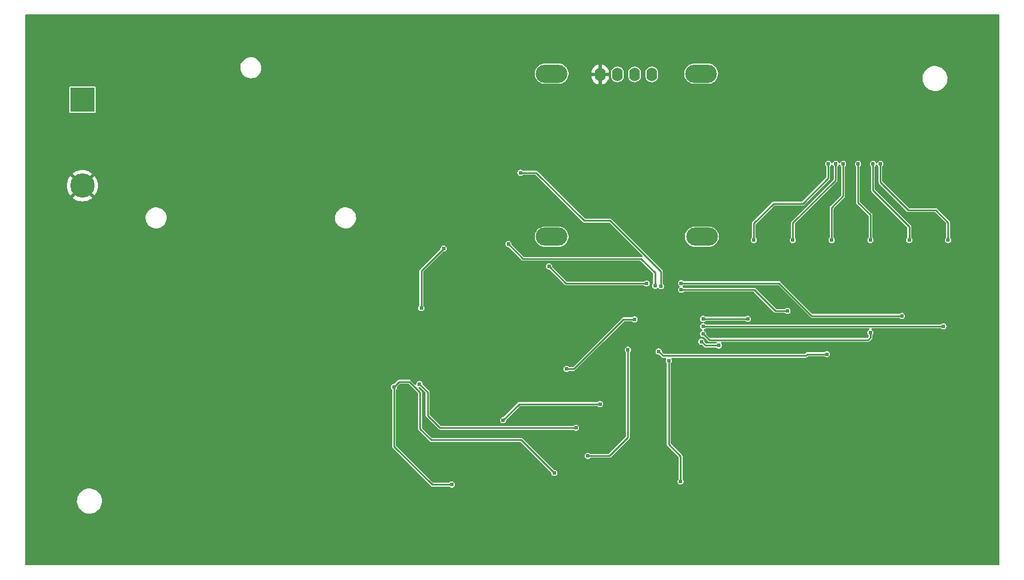
<source format=gbl>
G04 #@! TF.GenerationSoftware,KiCad,Pcbnew,7.0.2*
G04 #@! TF.CreationDate,2023-06-26T18:45:37-03:00*
G04 #@! TF.ProjectId,ProjetoFinalSEMB,50726f6a-6574-46f4-9669-6e616c53454d,rev?*
G04 #@! TF.SameCoordinates,Original*
G04 #@! TF.FileFunction,Copper,L2,Bot*
G04 #@! TF.FilePolarity,Positive*
%FSLAX46Y46*%
G04 Gerber Fmt 4.6, Leading zero omitted, Abs format (unit mm)*
G04 Created by KiCad (PCBNEW 7.0.2) date 2023-06-26 18:45:37*
%MOMM*%
%LPD*%
G01*
G04 APERTURE LIST*
G04 #@! TA.AperFunction,ComponentPad*
%ADD10R,3.600000X3.600000*%
G04 #@! TD*
G04 #@! TA.AperFunction,ComponentPad*
%ADD11C,3.600000*%
G04 #@! TD*
G04 #@! TA.AperFunction,ComponentPad*
%ADD12O,4.680000X2.690000*%
G04 #@! TD*
G04 #@! TA.AperFunction,ComponentPad*
%ADD13O,1.600000X2.000000*%
G04 #@! TD*
G04 #@! TA.AperFunction,ViaPad*
%ADD14C,0.609600*%
G04 #@! TD*
G04 #@! TA.AperFunction,Conductor*
%ADD15C,0.254000*%
G04 #@! TD*
G04 APERTURE END LIST*
D10*
X85980800Y-74152500D03*
D11*
X85980800Y-86852500D03*
D12*
X155360800Y-70282500D03*
X155360800Y-94382500D03*
X177460800Y-70282500D03*
X177560800Y-94382500D03*
D13*
X162540800Y-70382500D03*
X165080800Y-70382500D03*
X167620800Y-70382500D03*
X170160800Y-70382500D03*
D14*
X139700000Y-66040000D03*
X172500000Y-107000000D03*
X203200000Y-119380000D03*
X171500000Y-106000000D03*
X165100000Y-111760000D03*
X182880000Y-128270000D03*
X193040000Y-66040000D03*
X83820000Y-101600000D03*
X111760000Y-113030000D03*
X180340000Y-133350000D03*
X133350000Y-69850000D03*
X106680000Y-137160000D03*
X151130000Y-128905000D03*
X165354000Y-120904000D03*
X167640000Y-128905000D03*
X180530000Y-99740000D03*
X168021000Y-111506000D03*
X187960000Y-108585000D03*
X182880000Y-125730000D03*
X198120000Y-71120000D03*
X156591000Y-127000000D03*
X210820000Y-88900000D03*
X149860000Y-66040000D03*
X114300000Y-132080000D03*
X162560000Y-114300000D03*
X193040000Y-71120000D03*
X174500000Y-105000000D03*
X121920000Y-137160000D03*
X139700000Y-76200000D03*
X158242000Y-127000000D03*
X114300000Y-137160000D03*
X101600000Y-88900000D03*
X106680000Y-132080000D03*
X210820000Y-83820000D03*
X217170000Y-110490000D03*
X127635000Y-118745000D03*
X83820000Y-116840000D03*
X121920000Y-101600000D03*
X137795000Y-115570000D03*
X210820000Y-78740000D03*
X99060000Y-137160000D03*
X121920000Y-104140000D03*
X182880000Y-81280000D03*
X174500000Y-109000000D03*
X205740000Y-111760000D03*
X107950000Y-82550000D03*
X173500000Y-108000000D03*
X210820000Y-105410000D03*
X99060000Y-116840000D03*
X177800000Y-78740000D03*
X162560000Y-115570000D03*
X169350000Y-123970000D03*
X106680000Y-101600000D03*
X162560000Y-116840000D03*
X200660000Y-111760000D03*
X91440000Y-109220000D03*
X198120000Y-66040000D03*
X157480000Y-83820000D03*
X170500000Y-105000000D03*
X184150000Y-134620000D03*
X147955000Y-126365000D03*
X133985000Y-107315000D03*
X203200000Y-114300000D03*
X187960000Y-71120000D03*
X106680000Y-116840000D03*
X165100000Y-128905000D03*
X160655000Y-125730000D03*
X191820000Y-81640000D03*
X125730000Y-137160000D03*
X170500000Y-109000000D03*
X125730000Y-129540000D03*
X203200000Y-116840000D03*
X164211000Y-123825000D03*
X215900000Y-78740000D03*
X177800000Y-66040000D03*
X91440000Y-116840000D03*
X142240000Y-109220000D03*
X95250000Y-82550000D03*
X172500000Y-105000000D03*
X83820000Y-109220000D03*
X127000000Y-76200000D03*
X187960000Y-66040000D03*
X133985000Y-118110000D03*
X182880000Y-71120000D03*
X164719000Y-119126000D03*
X99060000Y-109220000D03*
X180340000Y-130810000D03*
X106680000Y-109220000D03*
X182880000Y-76200000D03*
X172500000Y-109000000D03*
X164211000Y-122301000D03*
X215900000Y-92710000D03*
X99060000Y-124460000D03*
X138430000Y-109220000D03*
X116840000Y-113030000D03*
X180420000Y-113330000D03*
X101600000Y-76200000D03*
X121920000Y-99060000D03*
X170500000Y-107000000D03*
X133350000Y-82550000D03*
X174500000Y-107000000D03*
X106680000Y-124460000D03*
X203200000Y-66040000D03*
X210820000Y-111760000D03*
X176530000Y-97790000D03*
X167640000Y-83820000D03*
X181610000Y-137160000D03*
X157480000Y-78740000D03*
X149860000Y-71120000D03*
X187960000Y-76200000D03*
X139700000Y-137160000D03*
X177800000Y-83820000D03*
X203200000Y-71120000D03*
X203200000Y-111760000D03*
X122555000Y-118745000D03*
X171500000Y-108000000D03*
X173500000Y-106000000D03*
X91440000Y-101600000D03*
X169380000Y-122320000D03*
X95250000Y-69850000D03*
X210820000Y-92710000D03*
X144780000Y-71120000D03*
X163068000Y-120904000D03*
X91440000Y-124460000D03*
X120650000Y-82550000D03*
X177800000Y-73660000D03*
X114300000Y-76200000D03*
X172720000Y-97790000D03*
X215900000Y-83820000D03*
X193675000Y-108585000D03*
X120650000Y-69850000D03*
X182880000Y-130810000D03*
X144780000Y-66040000D03*
X129540000Y-129540000D03*
X125730000Y-132080000D03*
X199390000Y-108585000D03*
X139700000Y-71120000D03*
X210820000Y-109220000D03*
X215900000Y-88900000D03*
X121920000Y-132080000D03*
X99060000Y-132080000D03*
X217170000Y-106680000D03*
X184150000Y-137160000D03*
X83820000Y-124460000D03*
X154940000Y-101600000D03*
X114300000Y-88900000D03*
X182880000Y-66040000D03*
X148160800Y-121522500D03*
X162500800Y-119122500D03*
X140590800Y-131042500D03*
X158930800Y-122652500D03*
X139400800Y-96132500D03*
X136070800Y-104942500D03*
X132040800Y-116592500D03*
X135810800Y-116162500D03*
X155750800Y-129322500D03*
X167600800Y-106612500D03*
X157565800Y-113947500D03*
X154970800Y-98782500D03*
X169400800Y-101302500D03*
X171510000Y-101710000D03*
X150750800Y-84932500D03*
X170640000Y-101650000D03*
X148960800Y-95482500D03*
X160700800Y-126792500D03*
X166630800Y-111102500D03*
X196040800Y-111752500D03*
X171170800Y-111362500D03*
X174400800Y-130572500D03*
X172670800Y-112732500D03*
X177490800Y-109892500D03*
X180070800Y-110472500D03*
X177730800Y-108722500D03*
X202481200Y-108565000D03*
X213251200Y-107645000D03*
X177730800Y-107632500D03*
X184361200Y-106535000D03*
X177730800Y-106522500D03*
X190210800Y-105362500D03*
X174490800Y-102222500D03*
X174490800Y-101262500D03*
X207130800Y-106092500D03*
X185228600Y-94898400D03*
X196241200Y-83610000D03*
X197341200Y-83610000D03*
X190998600Y-94898400D03*
X196738600Y-94898400D03*
X198441200Y-83610000D03*
X200641200Y-83610000D03*
X202478600Y-94898400D03*
X202841200Y-83610000D03*
X208218600Y-94898400D03*
X213958600Y-94898400D03*
X203941200Y-83610000D03*
D15*
X162500800Y-119122500D02*
X150560800Y-119122500D01*
X150560800Y-119122500D02*
X148160800Y-121522500D01*
X137020800Y-120812500D02*
X138860800Y-122652500D01*
X137510800Y-124442500D02*
X150870800Y-124442500D01*
X137680800Y-131042500D02*
X132040800Y-125402500D01*
X135890800Y-117412500D02*
X135890800Y-122822500D01*
X134300800Y-115822500D02*
X135890800Y-117412500D01*
X132810800Y-115822500D02*
X134300800Y-115822500D01*
X140590800Y-131042500D02*
X137680800Y-131042500D01*
X132040800Y-116592500D02*
X132810800Y-115822500D01*
X135810800Y-116162500D02*
X137020800Y-117372500D01*
X139400800Y-96132500D02*
X136080800Y-99452500D01*
X136080800Y-99452500D02*
X136080800Y-104932500D01*
X137020800Y-117372500D02*
X137020800Y-120812500D01*
X132040800Y-116592500D02*
X132040800Y-125402500D01*
X136080800Y-104932500D02*
X136070800Y-104942500D01*
X135890800Y-122822500D02*
X137510800Y-124442500D01*
X138860800Y-122652500D02*
X158930800Y-122652500D01*
X150870800Y-124442500D02*
X155750800Y-129322500D01*
X158600800Y-113942500D02*
X165930800Y-106612500D01*
X157570800Y-113942500D02*
X158600800Y-113942500D01*
X165930800Y-106612500D02*
X167600800Y-106612500D01*
X157565800Y-113947500D02*
X157570800Y-113942500D01*
X169400800Y-101302500D02*
X157490800Y-101302500D01*
X157490800Y-101302500D02*
X154970800Y-98782500D01*
X171510000Y-99501700D02*
X171510000Y-101710000D01*
X164008300Y-92000000D02*
X171510000Y-99501700D01*
X153082500Y-84932500D02*
X160150000Y-92000000D01*
X164008300Y-92000000D02*
X160150000Y-92000000D01*
X150750800Y-84932500D02*
X153082500Y-84932500D01*
X151138300Y-97660000D02*
X168580000Y-97660000D01*
X148960800Y-95482500D02*
X151138300Y-97660000D01*
X170640000Y-99720000D02*
X170640000Y-101650000D01*
X168580000Y-97660000D02*
X170640000Y-99720000D01*
X166630800Y-124072500D02*
X166630800Y-111102500D01*
X160700800Y-126792500D02*
X163910800Y-126792500D01*
X163910800Y-126792500D02*
X166630800Y-124072500D01*
X193150800Y-111752500D02*
X196040800Y-111752500D01*
X171170800Y-111362500D02*
X171810800Y-112002500D01*
X192900800Y-112002500D02*
X193150800Y-111752500D01*
X171810800Y-112002500D02*
X192900800Y-112002500D01*
X172670800Y-125102500D02*
X174400800Y-126832500D01*
X172670800Y-112732500D02*
X172670800Y-125102500D01*
X174400800Y-126832500D02*
X174400800Y-130572500D01*
X177490800Y-109892500D02*
X178070800Y-110472500D01*
X178070800Y-110472500D02*
X180070800Y-110472500D01*
X202481200Y-109292100D02*
X202120800Y-109652500D01*
X178660800Y-109652500D02*
X177730800Y-108722500D01*
X202481200Y-108565000D02*
X202481200Y-109292100D01*
X202120800Y-109652500D02*
X178660800Y-109652500D01*
X177730800Y-107632500D02*
X213238700Y-107632500D01*
X213238700Y-107632500D02*
X213251200Y-107645000D01*
X184348700Y-106522500D02*
X184361200Y-106535000D01*
X177730800Y-106522500D02*
X184348700Y-106522500D01*
X174490800Y-102222500D02*
X185290800Y-102222500D01*
X185290800Y-102222500D02*
X188430800Y-105362500D01*
X188430800Y-105362500D02*
X190210800Y-105362500D01*
X188980800Y-101262500D02*
X193810800Y-106092500D01*
X193810800Y-106092500D02*
X207130800Y-106092500D01*
X174490800Y-101262500D02*
X188980800Y-101262500D01*
X185228600Y-92432600D02*
X188171200Y-89490000D01*
X192501200Y-89490000D02*
X196241200Y-85750000D01*
X196241200Y-85750000D02*
X196241200Y-83610000D01*
X188171200Y-89490000D02*
X192501200Y-89490000D01*
X185228600Y-94898400D02*
X185228600Y-92432600D01*
X197341200Y-83610000D02*
X197341200Y-86020000D01*
X190998600Y-92362600D02*
X190998600Y-94898400D01*
X197341200Y-86020000D02*
X190998600Y-92362600D01*
X196731200Y-90090000D02*
X196738600Y-90097400D01*
X198441200Y-83610000D02*
X198441200Y-88380000D01*
X198441200Y-88380000D02*
X196731200Y-90090000D01*
X196738600Y-90097400D02*
X196738600Y-94898400D01*
X202478600Y-91167400D02*
X202478600Y-94898400D01*
X200641200Y-89330000D02*
X202478600Y-91167400D01*
X200641200Y-83610000D02*
X200641200Y-89330000D01*
X202841200Y-87510000D02*
X208221200Y-92890000D01*
X208218600Y-92892600D02*
X208218600Y-94898400D01*
X208221200Y-92890000D02*
X208218600Y-92892600D01*
X202841200Y-83610000D02*
X202841200Y-87510000D01*
X213961200Y-92280000D02*
X213958600Y-92282600D01*
X208091200Y-90470000D02*
X212151200Y-90470000D01*
X203941200Y-83610000D02*
X203941200Y-86320000D01*
X212151200Y-90470000D02*
X213961200Y-92280000D01*
X203941200Y-86320000D02*
X208091200Y-90470000D01*
X213958600Y-92282600D02*
X213958600Y-94898400D01*
G04 #@! TA.AperFunction,Conductor*
G36*
X202294811Y-107932085D02*
G01*
X202340566Y-107984889D01*
X202350510Y-108054047D01*
X202321485Y-108117603D01*
X202294811Y-108140716D01*
X202289109Y-108144379D01*
X202289109Y-108144380D01*
X202269797Y-108156790D01*
X202178387Y-108215535D01*
X202092196Y-108315005D01*
X202037524Y-108434722D01*
X202018793Y-108565000D01*
X202037524Y-108695277D01*
X202092196Y-108814993D01*
X202092197Y-108814994D01*
X202092198Y-108814996D01*
X202171013Y-108905953D01*
X202200038Y-108969507D01*
X202201300Y-108987155D01*
X202201300Y-109124799D01*
X202181615Y-109191838D01*
X202164985Y-109212475D01*
X202041179Y-109336282D01*
X201979859Y-109369766D01*
X201953500Y-109372600D01*
X178828101Y-109372600D01*
X178761062Y-109352915D01*
X178740420Y-109336281D01*
X178228729Y-108824591D01*
X178195244Y-108763268D01*
X178193979Y-108727877D01*
X178193206Y-108722503D01*
X178193207Y-108722500D01*
X178174476Y-108592225D01*
X178162043Y-108565000D01*
X178119803Y-108472505D01*
X178033612Y-108373036D01*
X178033611Y-108373036D01*
X177922891Y-108301880D01*
X177904488Y-108296476D01*
X177845711Y-108258703D01*
X177816686Y-108195147D01*
X177826630Y-108125989D01*
X177872384Y-108073185D01*
X177904487Y-108058523D01*
X177922891Y-108053120D01*
X178033612Y-107981964D01*
X178056805Y-107955197D01*
X178115584Y-107917423D01*
X178150519Y-107912400D01*
X202227772Y-107912400D01*
X202294811Y-107932085D01*
G37*
G04 #@! TD.AperFunction*
G04 #@! TA.AperFunction,Conductor*
G36*
X221443039Y-61519685D02*
G01*
X221488794Y-61572489D01*
X221500000Y-61624000D01*
X221500000Y-142858000D01*
X221480315Y-142925039D01*
X221427511Y-142970794D01*
X221376000Y-142982000D01*
X77655300Y-142982000D01*
X77588261Y-142962315D01*
X77542506Y-142909511D01*
X77531300Y-142858000D01*
X77531300Y-133550264D01*
X85176587Y-133550264D01*
X85206213Y-133819516D01*
X85274728Y-134081587D01*
X85380671Y-134330892D01*
X85521782Y-134562111D01*
X85611053Y-134669381D01*
X85695055Y-134770320D01*
X85896798Y-134951082D01*
X86122710Y-135100544D01*
X86229011Y-135150376D01*
X86367977Y-135215521D01*
X86627362Y-135293558D01*
X86627369Y-135293560D01*
X86895361Y-135333000D01*
X86895364Y-135333000D01*
X87096169Y-135333000D01*
X87098431Y-135333000D01*
X87300956Y-135318177D01*
X87565353Y-135259280D01*
X87818358Y-135162514D01*
X88054577Y-135029941D01*
X88268977Y-134864388D01*
X88456986Y-134669381D01*
X88614599Y-134449079D01*
X88738456Y-134208175D01*
X88825918Y-133951805D01*
X88875119Y-133685433D01*
X88885012Y-133414735D01*
X88855386Y-133145482D01*
X88786872Y-132883412D01*
X88680930Y-132634110D01*
X88539818Y-132402890D01*
X88539817Y-132402888D01*
X88366546Y-132194681D01*
X88261559Y-132100612D01*
X88164802Y-132013918D01*
X87938890Y-131864456D01*
X87938886Y-131864454D01*
X87693622Y-131749478D01*
X87434237Y-131671441D01*
X87434231Y-131671440D01*
X87166239Y-131632000D01*
X86963169Y-131632000D01*
X86960920Y-131632164D01*
X86960909Y-131632165D01*
X86760643Y-131646822D01*
X86496249Y-131705719D01*
X86243241Y-131802486D01*
X86007023Y-131935059D01*
X85792625Y-132100609D01*
X85604613Y-132295620D01*
X85447001Y-132515920D01*
X85323142Y-132756829D01*
X85235681Y-133013195D01*
X85186480Y-133279566D01*
X85176587Y-133550264D01*
X77531300Y-133550264D01*
X77531300Y-116592499D01*
X131578393Y-116592499D01*
X131597124Y-116722777D01*
X131651796Y-116842493D01*
X131651797Y-116842494D01*
X131651798Y-116842496D01*
X131730613Y-116933453D01*
X131759638Y-116997007D01*
X131760900Y-117014655D01*
X131760900Y-125336614D01*
X131758293Y-125352593D01*
X131760767Y-125406117D01*
X131760899Y-125411832D01*
X131760900Y-125429694D01*
X131762492Y-125443418D01*
X131763615Y-125467695D01*
X131765823Y-125472696D01*
X131774274Y-125499987D01*
X131775278Y-125505360D01*
X131788067Y-125526014D01*
X131796075Y-125541206D01*
X131805884Y-125563422D01*
X131809744Y-125567282D01*
X131827491Y-125589685D01*
X131830370Y-125594334D01*
X131849749Y-125608969D01*
X131862704Y-125620242D01*
X137436293Y-131193832D01*
X137445749Y-131206974D01*
X137485339Y-131243065D01*
X137489482Y-131247021D01*
X137502108Y-131259647D01*
X137512948Y-131268233D01*
X137530899Y-131284598D01*
X137535994Y-131286571D01*
X137561277Y-131299899D01*
X137565782Y-131302985D01*
X137565784Y-131302986D01*
X137589425Y-131308546D01*
X137605829Y-131313626D01*
X137628478Y-131322400D01*
X137633947Y-131322400D01*
X137662333Y-131325692D01*
X137667649Y-131326943D01*
X137691693Y-131323588D01*
X137708824Y-131322400D01*
X140171081Y-131322400D01*
X140238120Y-131342085D01*
X140264794Y-131365197D01*
X140287988Y-131391964D01*
X140398709Y-131463120D01*
X140524993Y-131500200D01*
X140656607Y-131500200D01*
X140782891Y-131463120D01*
X140893612Y-131391964D01*
X140979802Y-131292496D01*
X140980135Y-131291768D01*
X141034475Y-131172777D01*
X141034474Y-131172777D01*
X141034476Y-131172775D01*
X141053207Y-131042500D01*
X141034476Y-130912225D01*
X140993498Y-130822494D01*
X140979803Y-130792505D01*
X140893612Y-130693036D01*
X140893612Y-130693035D01*
X140782891Y-130621880D01*
X140656607Y-130584800D01*
X140524993Y-130584800D01*
X140398709Y-130621880D01*
X140287987Y-130693036D01*
X140264794Y-130719803D01*
X140206016Y-130757577D01*
X140171081Y-130762600D01*
X137848100Y-130762600D01*
X137781061Y-130742915D01*
X137760419Y-130726281D01*
X132357019Y-125322881D01*
X132323534Y-125261558D01*
X132320700Y-125235200D01*
X132320700Y-117014655D01*
X132340385Y-116947616D01*
X132350982Y-116933458D01*
X132429802Y-116842496D01*
X132484476Y-116722775D01*
X132503207Y-116592500D01*
X132503206Y-116592498D01*
X132505744Y-116574852D01*
X132506655Y-116574983D01*
X132513615Y-116526579D01*
X132538729Y-116490408D01*
X132616642Y-116412496D01*
X132802136Y-116227002D01*
X132890420Y-116138719D01*
X132951743Y-116105234D01*
X132978101Y-116102400D01*
X134133500Y-116102400D01*
X134200539Y-116122085D01*
X134221181Y-116138719D01*
X135574581Y-117492118D01*
X135608066Y-117553441D01*
X135610900Y-117579799D01*
X135610900Y-122756615D01*
X135608293Y-122772592D01*
X135610768Y-122826115D01*
X135610900Y-122831841D01*
X135610900Y-122849689D01*
X135612492Y-122863418D01*
X135613615Y-122887695D01*
X135615823Y-122892696D01*
X135624274Y-122919987D01*
X135625278Y-122925360D01*
X135638067Y-122946014D01*
X135646075Y-122961206D01*
X135655884Y-122983422D01*
X135659744Y-122987282D01*
X135677491Y-123009685D01*
X135680370Y-123014334D01*
X135699749Y-123028969D01*
X135712704Y-123040242D01*
X137266292Y-124593830D01*
X137275750Y-124606975D01*
X137315350Y-124643075D01*
X137319495Y-124647033D01*
X137332116Y-124659654D01*
X137342948Y-124668234D01*
X137359445Y-124683272D01*
X137360899Y-124684598D01*
X137365989Y-124686570D01*
X137391279Y-124699900D01*
X137395784Y-124702986D01*
X137419421Y-124708545D01*
X137435824Y-124713623D01*
X137458478Y-124722400D01*
X137463944Y-124722400D01*
X137492334Y-124725694D01*
X137497648Y-124726944D01*
X137497648Y-124726943D01*
X137497649Y-124726944D01*
X137509934Y-124725230D01*
X137521702Y-124723589D01*
X137538832Y-124722400D01*
X150703500Y-124722400D01*
X150770539Y-124742085D01*
X150791181Y-124758719D01*
X155252870Y-129220408D01*
X155286355Y-129281731D01*
X155287620Y-129317124D01*
X155307124Y-129452777D01*
X155361796Y-129572494D01*
X155361798Y-129572496D01*
X155447988Y-129671964D01*
X155558709Y-129743120D01*
X155684993Y-129780200D01*
X155816607Y-129780200D01*
X155942891Y-129743120D01*
X156053612Y-129671964D01*
X156139802Y-129572496D01*
X156194476Y-129452775D01*
X156213207Y-129322500D01*
X156194476Y-129192225D01*
X156194475Y-129192222D01*
X156139803Y-129072505D01*
X156053612Y-128973036D01*
X156053612Y-128973035D01*
X155942891Y-128901880D01*
X155816607Y-128864800D01*
X155740300Y-128864800D01*
X155673261Y-128845115D01*
X155652619Y-128828481D01*
X153616638Y-126792500D01*
X160238393Y-126792500D01*
X160257124Y-126922777D01*
X160311796Y-127042494D01*
X160374794Y-127115197D01*
X160397988Y-127141964D01*
X160508709Y-127213120D01*
X160634993Y-127250200D01*
X160766607Y-127250200D01*
X160892891Y-127213120D01*
X161003612Y-127141964D01*
X161026805Y-127115197D01*
X161085584Y-127077423D01*
X161120519Y-127072400D01*
X163844914Y-127072400D01*
X163860889Y-127075006D01*
X163871458Y-127074517D01*
X163871460Y-127074518D01*
X163914414Y-127072532D01*
X163920141Y-127072400D01*
X163937998Y-127072400D01*
X163951722Y-127070806D01*
X163975993Y-127069685D01*
X163980995Y-127067476D01*
X164008291Y-127059023D01*
X164013663Y-127058020D01*
X164034314Y-127045232D01*
X164049507Y-127037224D01*
X164071722Y-127027416D01*
X164075588Y-127023549D01*
X164097984Y-127005808D01*
X164102633Y-127002931D01*
X164117280Y-126983534D01*
X164128533Y-126970603D01*
X166782128Y-124317008D01*
X166795268Y-124307555D01*
X166802396Y-124299735D01*
X166802399Y-124299734D01*
X166831390Y-124267931D01*
X166835281Y-124263855D01*
X166847058Y-124252080D01*
X166847062Y-124252073D01*
X166847958Y-124251178D01*
X166856536Y-124240347D01*
X166872898Y-124222401D01*
X166874869Y-124217311D01*
X166888203Y-124192016D01*
X166891286Y-124187516D01*
X166896844Y-124163878D01*
X166901925Y-124147472D01*
X166910700Y-124124822D01*
X166910700Y-124119355D01*
X166913994Y-124090965D01*
X166915244Y-124085651D01*
X166911889Y-124061598D01*
X166910700Y-124044468D01*
X166910700Y-111524655D01*
X166930385Y-111457616D01*
X166940982Y-111443458D01*
X167011134Y-111362499D01*
X170708393Y-111362499D01*
X170727124Y-111492777D01*
X170781796Y-111612494D01*
X170845733Y-111686281D01*
X170867988Y-111711964D01*
X170978709Y-111783120D01*
X171104993Y-111820200D01*
X171181300Y-111820200D01*
X171248339Y-111839885D01*
X171268981Y-111856519D01*
X171566292Y-112153830D01*
X171575750Y-112166975D01*
X171615350Y-112203075D01*
X171619495Y-112207033D01*
X171632116Y-112219654D01*
X171642948Y-112228234D01*
X171653021Y-112237416D01*
X171660899Y-112244598D01*
X171665989Y-112246570D01*
X171691279Y-112259900D01*
X171695784Y-112262986D01*
X171719421Y-112268545D01*
X171735824Y-112273623D01*
X171758478Y-112282400D01*
X171763944Y-112282400D01*
X171792334Y-112285694D01*
X171797648Y-112286944D01*
X171797648Y-112286943D01*
X171797649Y-112286944D01*
X171815041Y-112284518D01*
X171821702Y-112283589D01*
X171838832Y-112282400D01*
X172183667Y-112282400D01*
X172250706Y-112302085D01*
X172296461Y-112354889D01*
X172306405Y-112424047D01*
X172287475Y-112465496D01*
X172289204Y-112466286D01*
X172227124Y-112602222D01*
X172208393Y-112732500D01*
X172227124Y-112862777D01*
X172281796Y-112982493D01*
X172281797Y-112982494D01*
X172281798Y-112982496D01*
X172360613Y-113073453D01*
X172389638Y-113137007D01*
X172390900Y-113154655D01*
X172390900Y-125036615D01*
X172388293Y-125052592D01*
X172390768Y-125106115D01*
X172390900Y-125111841D01*
X172390900Y-125129689D01*
X172392492Y-125143418D01*
X172393615Y-125167695D01*
X172395823Y-125172696D01*
X172404274Y-125199987D01*
X172405278Y-125205360D01*
X172418067Y-125226014D01*
X172426075Y-125241206D01*
X172435884Y-125263422D01*
X172439744Y-125267282D01*
X172457491Y-125289685D01*
X172460370Y-125294334D01*
X172479749Y-125308969D01*
X172492704Y-125320242D01*
X174084581Y-126912119D01*
X174118066Y-126973442D01*
X174120900Y-126999800D01*
X174120900Y-130150344D01*
X174101215Y-130217383D01*
X174090613Y-130231547D01*
X174011796Y-130322505D01*
X173957124Y-130442222D01*
X173957124Y-130442225D01*
X173938393Y-130572500D01*
X173944636Y-130615925D01*
X173957124Y-130702777D01*
X174011796Y-130822494D01*
X174011798Y-130822496D01*
X174097988Y-130921964D01*
X174208709Y-130993120D01*
X174334993Y-131030200D01*
X174466607Y-131030200D01*
X174592891Y-130993120D01*
X174703612Y-130921964D01*
X174789802Y-130822496D01*
X174844476Y-130702775D01*
X174863207Y-130572500D01*
X174844476Y-130442225D01*
X174844475Y-130442222D01*
X174789803Y-130322505D01*
X174710987Y-130231547D01*
X174681962Y-130167991D01*
X174680700Y-130150344D01*
X174680700Y-126898384D01*
X174683305Y-126882412D01*
X174682816Y-126871841D01*
X174682817Y-126871840D01*
X174680832Y-126828895D01*
X174680700Y-126823170D01*
X174680700Y-126805301D01*
X174679105Y-126791557D01*
X174677985Y-126767307D01*
X174675779Y-126762311D01*
X174667324Y-126735006D01*
X174666320Y-126729637D01*
X174653535Y-126708990D01*
X174645525Y-126693795D01*
X174635716Y-126671578D01*
X174631853Y-126667715D01*
X174614107Y-126645311D01*
X174611231Y-126640667D01*
X174591849Y-126626030D01*
X174578895Y-126614757D01*
X172987019Y-125022881D01*
X172953534Y-124961558D01*
X172950700Y-124935200D01*
X172950700Y-113154655D01*
X172970385Y-113087616D01*
X172980982Y-113073458D01*
X173059802Y-112982496D01*
X173114476Y-112862775D01*
X173133207Y-112732500D01*
X173114476Y-112602225D01*
X173059802Y-112482504D01*
X173052396Y-112466286D01*
X173054124Y-112465496D01*
X173035195Y-112424047D01*
X173045139Y-112354889D01*
X173090893Y-112302085D01*
X173157933Y-112282400D01*
X192834914Y-112282400D01*
X192850889Y-112285006D01*
X192861458Y-112284517D01*
X192861460Y-112284518D01*
X192904414Y-112282532D01*
X192910141Y-112282400D01*
X192927998Y-112282400D01*
X192941722Y-112280806D01*
X192965993Y-112279685D01*
X192970995Y-112277476D01*
X192998291Y-112269023D01*
X193003663Y-112268020D01*
X193024314Y-112255232D01*
X193039507Y-112247224D01*
X193045457Y-112244597D01*
X193061722Y-112237416D01*
X193065588Y-112233549D01*
X193087984Y-112215808D01*
X193092633Y-112212931D01*
X193107265Y-112193553D01*
X193118541Y-112180597D01*
X193230422Y-112068718D01*
X193291745Y-112035234D01*
X193318102Y-112032400D01*
X195621081Y-112032400D01*
X195688120Y-112052085D01*
X195714794Y-112075197D01*
X195737988Y-112101964D01*
X195848709Y-112173120D01*
X195974993Y-112210200D01*
X196106607Y-112210200D01*
X196232891Y-112173120D01*
X196343612Y-112101964D01*
X196429802Y-112002496D01*
X196484476Y-111882775D01*
X196503207Y-111752500D01*
X196484476Y-111622225D01*
X196480032Y-111612494D01*
X196429803Y-111502505D01*
X196343612Y-111403036D01*
X196288903Y-111367877D01*
X196232891Y-111331880D01*
X196106607Y-111294800D01*
X195974993Y-111294800D01*
X195848709Y-111331880D01*
X195737987Y-111403036D01*
X195714794Y-111429803D01*
X195656016Y-111467577D01*
X195621081Y-111472600D01*
X193216683Y-111472600D01*
X193200711Y-111469994D01*
X193147197Y-111472468D01*
X193141472Y-111472600D01*
X193123605Y-111472600D01*
X193109874Y-111474193D01*
X193085603Y-111475315D01*
X193080598Y-111477525D01*
X193053318Y-111485973D01*
X193047936Y-111486979D01*
X193027286Y-111499765D01*
X193012102Y-111507769D01*
X192989880Y-111517581D01*
X192986009Y-111521453D01*
X192963616Y-111539190D01*
X192958966Y-111542069D01*
X192944329Y-111561450D01*
X192933061Y-111574398D01*
X192821181Y-111686280D01*
X192759858Y-111719766D01*
X192733499Y-111722600D01*
X171978101Y-111722600D01*
X171911062Y-111702915D01*
X171890420Y-111686281D01*
X171790038Y-111585900D01*
X171668728Y-111464590D01*
X171635244Y-111403268D01*
X171633979Y-111367877D01*
X171633206Y-111362503D01*
X171633207Y-111362500D01*
X171614476Y-111232225D01*
X171614475Y-111232222D01*
X171559803Y-111112505D01*
X171473612Y-111013036D01*
X171362891Y-110941880D01*
X171236607Y-110904800D01*
X171104993Y-110904800D01*
X170978709Y-110941880D01*
X170867987Y-111013036D01*
X170781796Y-111112505D01*
X170727124Y-111232222D01*
X170708393Y-111362499D01*
X167011134Y-111362499D01*
X167019802Y-111352496D01*
X167074476Y-111232775D01*
X167093207Y-111102500D01*
X167074476Y-110972225D01*
X167074475Y-110972222D01*
X167019803Y-110852505D01*
X166933612Y-110753036D01*
X166914130Y-110740516D01*
X166822891Y-110681880D01*
X166696607Y-110644800D01*
X166564993Y-110644800D01*
X166438709Y-110681880D01*
X166327987Y-110753036D01*
X166241796Y-110852505D01*
X166187124Y-110972222D01*
X166168393Y-111102500D01*
X166187124Y-111232777D01*
X166241796Y-111352493D01*
X166241797Y-111352494D01*
X166241798Y-111352496D01*
X166320613Y-111443453D01*
X166349638Y-111507007D01*
X166350900Y-111524655D01*
X166350900Y-123905199D01*
X166331215Y-123972238D01*
X166314581Y-123992880D01*
X163831181Y-126476281D01*
X163769858Y-126509766D01*
X163743500Y-126512600D01*
X161120519Y-126512600D01*
X161053480Y-126492915D01*
X161026806Y-126469803D01*
X161003612Y-126443036D01*
X161003611Y-126443035D01*
X160892891Y-126371880D01*
X160766607Y-126334800D01*
X160634993Y-126334800D01*
X160508709Y-126371880D01*
X160397987Y-126443036D01*
X160311796Y-126542505D01*
X160257124Y-126662222D01*
X160238393Y-126792500D01*
X153616638Y-126792500D01*
X151115309Y-124291171D01*
X151105854Y-124278030D01*
X151066246Y-124241922D01*
X151062104Y-124237966D01*
X151049491Y-124225353D01*
X151038653Y-124216768D01*
X151020701Y-124200402D01*
X151020700Y-124200401D01*
X151015605Y-124198428D01*
X150990318Y-124185098D01*
X150985815Y-124182013D01*
X150962174Y-124176453D01*
X150945773Y-124171374D01*
X150923123Y-124162600D01*
X150923122Y-124162600D01*
X150917656Y-124162600D01*
X150889266Y-124159306D01*
X150883951Y-124158055D01*
X150859898Y-124161411D01*
X150842768Y-124162600D01*
X137678100Y-124162600D01*
X137611061Y-124142915D01*
X137590419Y-124126281D01*
X136207019Y-122742881D01*
X136173534Y-122681558D01*
X136170700Y-122655200D01*
X136170700Y-117478386D01*
X136173306Y-117462409D01*
X136172817Y-117451841D01*
X136172818Y-117451840D01*
X136170832Y-117408883D01*
X136170700Y-117403157D01*
X136170700Y-117385301D01*
X136169106Y-117371576D01*
X136167985Y-117347307D01*
X136165777Y-117342308D01*
X136157324Y-117315007D01*
X136156320Y-117309636D01*
X136143537Y-117288992D01*
X136135527Y-117273797D01*
X136125717Y-117251578D01*
X136121850Y-117247711D01*
X136104103Y-117225306D01*
X136101230Y-117220666D01*
X136081853Y-117206033D01*
X136068899Y-117194760D01*
X135706020Y-116831881D01*
X135672535Y-116770558D01*
X135677519Y-116700866D01*
X135719391Y-116644933D01*
X135784855Y-116620516D01*
X135793701Y-116620200D01*
X135821300Y-116620200D01*
X135888339Y-116639885D01*
X135908981Y-116656519D01*
X136704581Y-117452119D01*
X136738066Y-117513442D01*
X136740900Y-117539800D01*
X136740900Y-120746615D01*
X136738293Y-120762592D01*
X136740768Y-120816115D01*
X136740900Y-120821841D01*
X136740900Y-120839689D01*
X136742492Y-120853418D01*
X136743615Y-120877695D01*
X136745823Y-120882696D01*
X136754274Y-120909987D01*
X136755278Y-120915360D01*
X136768067Y-120936014D01*
X136776075Y-120951206D01*
X136785884Y-120973422D01*
X136789744Y-120977282D01*
X136807491Y-120999685D01*
X136810370Y-121004334D01*
X136829749Y-121018969D01*
X136842704Y-121030242D01*
X138616292Y-122803830D01*
X138625750Y-122816975D01*
X138665350Y-122853075D01*
X138669495Y-122857033D01*
X138682116Y-122869654D01*
X138692948Y-122878234D01*
X138703327Y-122887695D01*
X138710899Y-122894598D01*
X138715989Y-122896570D01*
X138741279Y-122909900D01*
X138745784Y-122912986D01*
X138769421Y-122918545D01*
X138785824Y-122923623D01*
X138808478Y-122932400D01*
X138813944Y-122932400D01*
X138842334Y-122935694D01*
X138847648Y-122936944D01*
X138847648Y-122936943D01*
X138847649Y-122936944D01*
X138859934Y-122935230D01*
X138871702Y-122933589D01*
X138888832Y-122932400D01*
X158511081Y-122932400D01*
X158578120Y-122952085D01*
X158604794Y-122975197D01*
X158627988Y-123001964D01*
X158738709Y-123073120D01*
X158864993Y-123110200D01*
X158996607Y-123110200D01*
X159122891Y-123073120D01*
X159233612Y-123001964D01*
X159319802Y-122902496D01*
X159320135Y-122901768D01*
X159374475Y-122782777D01*
X159374474Y-122782777D01*
X159374476Y-122782775D01*
X159393207Y-122652500D01*
X159374476Y-122522225D01*
X159374475Y-122522222D01*
X159319803Y-122402505D01*
X159233612Y-122303036D01*
X159233611Y-122303035D01*
X159122891Y-122231880D01*
X158996607Y-122194800D01*
X158864993Y-122194800D01*
X158738709Y-122231880D01*
X158627987Y-122303036D01*
X158604794Y-122329803D01*
X158546016Y-122367577D01*
X158511081Y-122372600D01*
X139028100Y-122372600D01*
X138961061Y-122352915D01*
X138940419Y-122336281D01*
X138126638Y-121522499D01*
X147698393Y-121522499D01*
X147717124Y-121652777D01*
X147771796Y-121772494D01*
X147771798Y-121772496D01*
X147857988Y-121871964D01*
X147968709Y-121943120D01*
X148094993Y-121980200D01*
X148226607Y-121980200D01*
X148352891Y-121943120D01*
X148463612Y-121871964D01*
X148549802Y-121772496D01*
X148604476Y-121652775D01*
X148623207Y-121522500D01*
X148623206Y-121522498D01*
X148625744Y-121504852D01*
X148626655Y-121504983D01*
X148633616Y-121456577D01*
X148658726Y-121420410D01*
X150640418Y-119438719D01*
X150701742Y-119405234D01*
X150728100Y-119402400D01*
X162081081Y-119402400D01*
X162148120Y-119422085D01*
X162174794Y-119445197D01*
X162197988Y-119471964D01*
X162308709Y-119543120D01*
X162434993Y-119580200D01*
X162566607Y-119580200D01*
X162692891Y-119543120D01*
X162803612Y-119471964D01*
X162889802Y-119372496D01*
X162944476Y-119252775D01*
X162963207Y-119122500D01*
X162944476Y-118992225D01*
X162922635Y-118944399D01*
X162889803Y-118872505D01*
X162803612Y-118773036D01*
X162803611Y-118773036D01*
X162692891Y-118701880D01*
X162566607Y-118664800D01*
X162434993Y-118664800D01*
X162308709Y-118701880D01*
X162197987Y-118773036D01*
X162174794Y-118799803D01*
X162116016Y-118837577D01*
X162081081Y-118842600D01*
X150626686Y-118842600D01*
X150610710Y-118839993D01*
X150557185Y-118842468D01*
X150551459Y-118842600D01*
X150533607Y-118842600D01*
X150519884Y-118844192D01*
X150495605Y-118845315D01*
X150490600Y-118847525D01*
X150463314Y-118855974D01*
X150457937Y-118856979D01*
X150437286Y-118869765D01*
X150422101Y-118877769D01*
X150399878Y-118887581D01*
X150396005Y-118891455D01*
X150373614Y-118909191D01*
X150368966Y-118912069D01*
X150354329Y-118931450D01*
X150343060Y-118944399D01*
X148258981Y-121028481D01*
X148197658Y-121061966D01*
X148171300Y-121064800D01*
X148094993Y-121064800D01*
X147968709Y-121101880D01*
X147857987Y-121173036D01*
X147771796Y-121272505D01*
X147717124Y-121392222D01*
X147698393Y-121522499D01*
X138126638Y-121522499D01*
X137337019Y-120732880D01*
X137303534Y-120671557D01*
X137300700Y-120645199D01*
X137300700Y-117438384D01*
X137303305Y-117422412D01*
X137302816Y-117411841D01*
X137302817Y-117411840D01*
X137300832Y-117368895D01*
X137300700Y-117363170D01*
X137300700Y-117345301D01*
X137299105Y-117331557D01*
X137298994Y-117329148D01*
X137297985Y-117307307D01*
X137295779Y-117302311D01*
X137287324Y-117275006D01*
X137286320Y-117269637D01*
X137273535Y-117248990D01*
X137265525Y-117233795D01*
X137261777Y-117225306D01*
X137255716Y-117211578D01*
X137251853Y-117207715D01*
X137234107Y-117185311D01*
X137231231Y-117180667D01*
X137211849Y-117166030D01*
X137198895Y-117154757D01*
X136308729Y-116264591D01*
X136275244Y-116203268D01*
X136273979Y-116167877D01*
X136273206Y-116162503D01*
X136273207Y-116162500D01*
X136254476Y-116032225D01*
X136254475Y-116032222D01*
X136199803Y-115912505D01*
X136113612Y-115813036D01*
X136113612Y-115813035D01*
X136002891Y-115741880D01*
X135876607Y-115704800D01*
X135744993Y-115704800D01*
X135618709Y-115741880D01*
X135507987Y-115813036D01*
X135421796Y-115912505D01*
X135367124Y-116032222D01*
X135345856Y-116180147D01*
X135344542Y-116179958D01*
X135337775Y-116227002D01*
X135292017Y-116279804D01*
X135224976Y-116299484D01*
X135157938Y-116279795D01*
X135137303Y-116263165D01*
X134545309Y-115671171D01*
X134535854Y-115658030D01*
X134496246Y-115621922D01*
X134492104Y-115617966D01*
X134479491Y-115605353D01*
X134468653Y-115596768D01*
X134450701Y-115580402D01*
X134450700Y-115580401D01*
X134445605Y-115578428D01*
X134420318Y-115565098D01*
X134415815Y-115562013D01*
X134392174Y-115556453D01*
X134375773Y-115551374D01*
X134353123Y-115542600D01*
X134353122Y-115542600D01*
X134347656Y-115542600D01*
X134319266Y-115539306D01*
X134313951Y-115538055D01*
X134289898Y-115541411D01*
X134272768Y-115542600D01*
X132876683Y-115542600D01*
X132860711Y-115539994D01*
X132807197Y-115542468D01*
X132801472Y-115542600D01*
X132783605Y-115542600D01*
X132769874Y-115544193D01*
X132745603Y-115545315D01*
X132740598Y-115547525D01*
X132713318Y-115555973D01*
X132707936Y-115556979D01*
X132687286Y-115569765D01*
X132672102Y-115577769D01*
X132649880Y-115587581D01*
X132646009Y-115591453D01*
X132623616Y-115609190D01*
X132618966Y-115612069D01*
X132604326Y-115631454D01*
X132593057Y-115644403D01*
X132138981Y-116098481D01*
X132077658Y-116131966D01*
X132051300Y-116134800D01*
X131974993Y-116134800D01*
X131848709Y-116171880D01*
X131737987Y-116243036D01*
X131651796Y-116342505D01*
X131597124Y-116462222D01*
X131578393Y-116592499D01*
X77531300Y-116592499D01*
X77531300Y-113947500D01*
X157103393Y-113947500D01*
X157122124Y-114077777D01*
X157176796Y-114197494D01*
X157202730Y-114227423D01*
X157262988Y-114296964D01*
X157373709Y-114368120D01*
X157499993Y-114405200D01*
X157631607Y-114405200D01*
X157757891Y-114368120D01*
X157868612Y-114296964D01*
X157896137Y-114265197D01*
X157954915Y-114227423D01*
X157989851Y-114222400D01*
X158534914Y-114222400D01*
X158550889Y-114225006D01*
X158561458Y-114224517D01*
X158561460Y-114224518D01*
X158604414Y-114222532D01*
X158610141Y-114222400D01*
X158627998Y-114222400D01*
X158641722Y-114220806D01*
X158665993Y-114219685D01*
X158670995Y-114217476D01*
X158698291Y-114209023D01*
X158703663Y-114208020D01*
X158724314Y-114195232D01*
X158739507Y-114187224D01*
X158761722Y-114177416D01*
X158765588Y-114173549D01*
X158787984Y-114155808D01*
X158792633Y-114152931D01*
X158807280Y-114133534D01*
X158818533Y-114120603D01*
X163046637Y-109892500D01*
X177028393Y-109892500D01*
X177034301Y-109933589D01*
X177047124Y-110022777D01*
X177101796Y-110142494D01*
X177187987Y-110241963D01*
X177187988Y-110241964D01*
X177298709Y-110313120D01*
X177424993Y-110350200D01*
X177501300Y-110350200D01*
X177568339Y-110369885D01*
X177588981Y-110386519D01*
X177826292Y-110623830D01*
X177835750Y-110636975D01*
X177875350Y-110673075D01*
X177879495Y-110677033D01*
X177892116Y-110689654D01*
X177902948Y-110698234D01*
X177919445Y-110713272D01*
X177920899Y-110714598D01*
X177925989Y-110716570D01*
X177951279Y-110729900D01*
X177955784Y-110732986D01*
X177979421Y-110738545D01*
X177995824Y-110743623D01*
X178018478Y-110752400D01*
X178023944Y-110752400D01*
X178052334Y-110755694D01*
X178057648Y-110756944D01*
X178057648Y-110756943D01*
X178057649Y-110756944D01*
X178069934Y-110755230D01*
X178081702Y-110753589D01*
X178098832Y-110752400D01*
X179651081Y-110752400D01*
X179718120Y-110772085D01*
X179744794Y-110795197D01*
X179767988Y-110821964D01*
X179878709Y-110893120D01*
X180004993Y-110930200D01*
X180136607Y-110930200D01*
X180262891Y-110893120D01*
X180373612Y-110821964D01*
X180459802Y-110722496D01*
X180460135Y-110721768D01*
X180514475Y-110602777D01*
X180514474Y-110602777D01*
X180514476Y-110602775D01*
X180533207Y-110472500D01*
X180514476Y-110342225D01*
X180514475Y-110342222D01*
X180459803Y-110222505D01*
X180386235Y-110137603D01*
X180357210Y-110074047D01*
X180367154Y-110004888D01*
X180412909Y-109952084D01*
X180479948Y-109932400D01*
X202054914Y-109932400D01*
X202070889Y-109935006D01*
X202081458Y-109934517D01*
X202081460Y-109934518D01*
X202124414Y-109932532D01*
X202130141Y-109932400D01*
X202147998Y-109932400D01*
X202161722Y-109930806D01*
X202185993Y-109929685D01*
X202190995Y-109927476D01*
X202218291Y-109919023D01*
X202223663Y-109918020D01*
X202244314Y-109905232D01*
X202259507Y-109897224D01*
X202265457Y-109894597D01*
X202281722Y-109887416D01*
X202285588Y-109883549D01*
X202307984Y-109865808D01*
X202312633Y-109862931D01*
X202327280Y-109843534D01*
X202338533Y-109830603D01*
X202632528Y-109536608D01*
X202645668Y-109527155D01*
X202652796Y-109519335D01*
X202652799Y-109519334D01*
X202681790Y-109487531D01*
X202685681Y-109483455D01*
X202697458Y-109471680D01*
X202697462Y-109471673D01*
X202698358Y-109470778D01*
X202706936Y-109459947D01*
X202723298Y-109442001D01*
X202725269Y-109436911D01*
X202738603Y-109411616D01*
X202741686Y-109407116D01*
X202747244Y-109383478D01*
X202752325Y-109367072D01*
X202754184Y-109362271D01*
X202761100Y-109344422D01*
X202761100Y-109338954D01*
X202764394Y-109310564D01*
X202765644Y-109305250D01*
X202762289Y-109281197D01*
X202761100Y-109264067D01*
X202761100Y-108987155D01*
X202780785Y-108920116D01*
X202791382Y-108905958D01*
X202870202Y-108814996D01*
X202924876Y-108695275D01*
X202943607Y-108565000D01*
X202924876Y-108434725D01*
X202896704Y-108373036D01*
X202870203Y-108315005D01*
X202784012Y-108215535D01*
X202697361Y-108159849D01*
X202673291Y-108144380D01*
X202673289Y-108144379D01*
X202667589Y-108140716D01*
X202621834Y-108087912D01*
X202611890Y-108018753D01*
X202640915Y-107955198D01*
X202699693Y-107917423D01*
X202734628Y-107912400D01*
X212820650Y-107912400D01*
X212887689Y-107932085D01*
X212914363Y-107955198D01*
X212948385Y-107994462D01*
X212948387Y-107994463D01*
X212948388Y-107994464D01*
X213059109Y-108065620D01*
X213185393Y-108102700D01*
X213317007Y-108102700D01*
X213443291Y-108065620D01*
X213554012Y-107994464D01*
X213640202Y-107894996D01*
X213645911Y-107882496D01*
X213694875Y-107775277D01*
X213694874Y-107775277D01*
X213694876Y-107775275D01*
X213713607Y-107645000D01*
X213694876Y-107514725D01*
X213689168Y-107502225D01*
X213640203Y-107395005D01*
X213554012Y-107295536D01*
X213443291Y-107224380D01*
X213317007Y-107187300D01*
X213185393Y-107187300D01*
X213059110Y-107224379D01*
X212948386Y-107295537D01*
X212936025Y-107309803D01*
X212877247Y-107347577D01*
X212842313Y-107352600D01*
X178150519Y-107352600D01*
X178083480Y-107332915D01*
X178056806Y-107309803D01*
X178033612Y-107283036D01*
X177942341Y-107224380D01*
X177922891Y-107211880D01*
X177870431Y-107196476D01*
X177811654Y-107158703D01*
X177782629Y-107095147D01*
X177792573Y-107025989D01*
X177838327Y-106973185D01*
X177870430Y-106958523D01*
X177922891Y-106943120D01*
X178033612Y-106871964D01*
X178056805Y-106845197D01*
X178115584Y-106807423D01*
X178150519Y-106802400D01*
X183930650Y-106802400D01*
X183997689Y-106822085D01*
X184024363Y-106845198D01*
X184058385Y-106884462D01*
X184058387Y-106884463D01*
X184058388Y-106884464D01*
X184169109Y-106955620D01*
X184295393Y-106992700D01*
X184427007Y-106992700D01*
X184553291Y-106955620D01*
X184664012Y-106884464D01*
X184750202Y-106784996D01*
X184755911Y-106772496D01*
X184804875Y-106665277D01*
X184804874Y-106665277D01*
X184804876Y-106665275D01*
X184823607Y-106535000D01*
X184804876Y-106404725D01*
X184803663Y-106402069D01*
X184750203Y-106285005D01*
X184664012Y-106185536D01*
X184664011Y-106185536D01*
X184553291Y-106114380D01*
X184427007Y-106077300D01*
X184295393Y-106077300D01*
X184169110Y-106114379D01*
X184058386Y-106185537D01*
X184046025Y-106199803D01*
X183987247Y-106237577D01*
X183952313Y-106242600D01*
X178150519Y-106242600D01*
X178083480Y-106222915D01*
X178056806Y-106199803D01*
X178033612Y-106173036D01*
X177942341Y-106114380D01*
X177922891Y-106101880D01*
X177796607Y-106064800D01*
X177664993Y-106064800D01*
X177538709Y-106101880D01*
X177427987Y-106173036D01*
X177341796Y-106272505D01*
X177287124Y-106392222D01*
X177268393Y-106522499D01*
X177287124Y-106652777D01*
X177341796Y-106772494D01*
X177384767Y-106822085D01*
X177427988Y-106871964D01*
X177459787Y-106892400D01*
X177538709Y-106943120D01*
X177591167Y-106958523D01*
X177649945Y-106996297D01*
X177678970Y-107059853D01*
X177669026Y-107129012D01*
X177623271Y-107181816D01*
X177591167Y-107196477D01*
X177538709Y-107211879D01*
X177427987Y-107283036D01*
X177341796Y-107382505D01*
X177287124Y-107502222D01*
X177268393Y-107632499D01*
X177287124Y-107762777D01*
X177341796Y-107882494D01*
X177384767Y-107932085D01*
X177427988Y-107981964D01*
X177538709Y-108053120D01*
X177557110Y-108058523D01*
X177615886Y-108096294D01*
X177644912Y-108159849D01*
X177634970Y-108229008D01*
X177589217Y-108281813D01*
X177557114Y-108296475D01*
X177538711Y-108301879D01*
X177427987Y-108373036D01*
X177341796Y-108472505D01*
X177287124Y-108592222D01*
X177268393Y-108722499D01*
X177287124Y-108852777D01*
X177341796Y-108972494D01*
X177341798Y-108972496D01*
X177427988Y-109071964D01*
X177538709Y-109143120D01*
X177664993Y-109180200D01*
X177741300Y-109180200D01*
X177808339Y-109199885D01*
X177828981Y-109216519D01*
X178416292Y-109803830D01*
X178425750Y-109816975D01*
X178465350Y-109853075D01*
X178469495Y-109857033D01*
X178482116Y-109869654D01*
X178492948Y-109878234D01*
X178503021Y-109887416D01*
X178510899Y-109894598D01*
X178515989Y-109896570D01*
X178541279Y-109909900D01*
X178545784Y-109912986D01*
X178569421Y-109918545D01*
X178585824Y-109923623D01*
X178608478Y-109932400D01*
X178613945Y-109932400D01*
X178642335Y-109935694D01*
X178647649Y-109936944D01*
X178647649Y-109936943D01*
X178647650Y-109936944D01*
X178665042Y-109934518D01*
X178671703Y-109933589D01*
X178688833Y-109932400D01*
X179661652Y-109932400D01*
X179728691Y-109952085D01*
X179774446Y-110004889D01*
X179784390Y-110074047D01*
X179755366Y-110137601D01*
X179744795Y-110149801D01*
X179686018Y-110187577D01*
X179651081Y-110192600D01*
X178238101Y-110192600D01*
X178171062Y-110172915D01*
X178150420Y-110156281D01*
X177988729Y-109994590D01*
X177955244Y-109933267D01*
X177953980Y-109897885D01*
X177953206Y-109892504D01*
X177953207Y-109892500D01*
X177934476Y-109762225D01*
X177934475Y-109762222D01*
X177879803Y-109642505D01*
X177793612Y-109543036D01*
X177783614Y-109536611D01*
X177682891Y-109471880D01*
X177556607Y-109434800D01*
X177424993Y-109434800D01*
X177298709Y-109471880D01*
X177187987Y-109543036D01*
X177101796Y-109642505D01*
X177047124Y-109762222D01*
X177031678Y-109869654D01*
X177028393Y-109892500D01*
X163046637Y-109892500D01*
X166010419Y-106928719D01*
X166071743Y-106895234D01*
X166098101Y-106892400D01*
X167181081Y-106892400D01*
X167248120Y-106912085D01*
X167274794Y-106935197D01*
X167281658Y-106943119D01*
X167297988Y-106961964D01*
X167408709Y-107033120D01*
X167534993Y-107070200D01*
X167666607Y-107070200D01*
X167792891Y-107033120D01*
X167903612Y-106961964D01*
X167989802Y-106862496D01*
X168044476Y-106742775D01*
X168063207Y-106612500D01*
X168044476Y-106482225D01*
X168026090Y-106441964D01*
X167989803Y-106362505D01*
X167903612Y-106263036D01*
X167841182Y-106222915D01*
X167792891Y-106191880D01*
X167666607Y-106154800D01*
X167534993Y-106154800D01*
X167408709Y-106191880D01*
X167297987Y-106263036D01*
X167274794Y-106289803D01*
X167216016Y-106327577D01*
X167181081Y-106332600D01*
X165996683Y-106332600D01*
X165980711Y-106329994D01*
X165927197Y-106332468D01*
X165921472Y-106332600D01*
X165903605Y-106332600D01*
X165889874Y-106334193D01*
X165865603Y-106335315D01*
X165860598Y-106337525D01*
X165833318Y-106345973D01*
X165827936Y-106346979D01*
X165807286Y-106359765D01*
X165792102Y-106367769D01*
X165769880Y-106377581D01*
X165766009Y-106381453D01*
X165743616Y-106399190D01*
X165738966Y-106402069D01*
X165724326Y-106421454D01*
X165713057Y-106434403D01*
X158521181Y-113626281D01*
X158459858Y-113659766D01*
X158433500Y-113662600D01*
X157981186Y-113662600D01*
X157914147Y-113642915D01*
X157887472Y-113619802D01*
X157868611Y-113598035D01*
X157829046Y-113572608D01*
X157757891Y-113526880D01*
X157631607Y-113489800D01*
X157499993Y-113489800D01*
X157373709Y-113526880D01*
X157262987Y-113598036D01*
X157176796Y-113697505D01*
X157122124Y-113817222D01*
X157103393Y-113947500D01*
X77531300Y-113947500D01*
X77531300Y-104942500D01*
X135608393Y-104942500D01*
X135627124Y-105072777D01*
X135681796Y-105192494D01*
X135767987Y-105291963D01*
X135767988Y-105291964D01*
X135878709Y-105363120D01*
X136004993Y-105400200D01*
X136136607Y-105400200D01*
X136262891Y-105363120D01*
X136373612Y-105291964D01*
X136459802Y-105192496D01*
X136514476Y-105072775D01*
X136533207Y-104942500D01*
X136514476Y-104812225D01*
X136459803Y-104692506D01*
X136459803Y-104692505D01*
X136390987Y-104613088D01*
X136361962Y-104549532D01*
X136360700Y-104531885D01*
X136360700Y-102222500D01*
X174028393Y-102222500D01*
X174047124Y-102352777D01*
X174101796Y-102472494D01*
X174144767Y-102522085D01*
X174187988Y-102571964D01*
X174298709Y-102643120D01*
X174424993Y-102680200D01*
X174556607Y-102680200D01*
X174682891Y-102643120D01*
X174793612Y-102571964D01*
X174816805Y-102545197D01*
X174875584Y-102507423D01*
X174910519Y-102502400D01*
X185123500Y-102502400D01*
X185190539Y-102522085D01*
X185211181Y-102538719D01*
X188186292Y-105513830D01*
X188195750Y-105526975D01*
X188235350Y-105563075D01*
X188239495Y-105567033D01*
X188252116Y-105579654D01*
X188262948Y-105588234D01*
X188279445Y-105603272D01*
X188280899Y-105604598D01*
X188285989Y-105606570D01*
X188311279Y-105619900D01*
X188315784Y-105622986D01*
X188339421Y-105628545D01*
X188355824Y-105633623D01*
X188378478Y-105642400D01*
X188383945Y-105642400D01*
X188412335Y-105645694D01*
X188417649Y-105646944D01*
X188417649Y-105646943D01*
X188417650Y-105646944D01*
X188429935Y-105645230D01*
X188441703Y-105643589D01*
X188458833Y-105642400D01*
X189791081Y-105642400D01*
X189858120Y-105662085D01*
X189884794Y-105685197D01*
X189907988Y-105711964D01*
X190018709Y-105783120D01*
X190144993Y-105820200D01*
X190276607Y-105820200D01*
X190402891Y-105783120D01*
X190513612Y-105711964D01*
X190599802Y-105612496D01*
X190600135Y-105611768D01*
X190654475Y-105492777D01*
X190654474Y-105492777D01*
X190654476Y-105492775D01*
X190673207Y-105362500D01*
X190654476Y-105232225D01*
X190636332Y-105192494D01*
X190599803Y-105112505D01*
X190513612Y-105013036D01*
X190513611Y-105013036D01*
X190402891Y-104941880D01*
X190276607Y-104904800D01*
X190144993Y-104904800D01*
X190018709Y-104941880D01*
X189907987Y-105013036D01*
X189884794Y-105039803D01*
X189826016Y-105077577D01*
X189791081Y-105082600D01*
X188598101Y-105082600D01*
X188531062Y-105062915D01*
X188510420Y-105046281D01*
X185535309Y-102071171D01*
X185525854Y-102058030D01*
X185486246Y-102021922D01*
X185482104Y-102017966D01*
X185469491Y-102005353D01*
X185458653Y-101996768D01*
X185440701Y-101980402D01*
X185440700Y-101980401D01*
X185435605Y-101978428D01*
X185410318Y-101965098D01*
X185405815Y-101962013D01*
X185382174Y-101956453D01*
X185365773Y-101951374D01*
X185343123Y-101942600D01*
X185343122Y-101942600D01*
X185337656Y-101942600D01*
X185309266Y-101939306D01*
X185303951Y-101938055D01*
X185279898Y-101941411D01*
X185262768Y-101942600D01*
X174910519Y-101942600D01*
X174843480Y-101922915D01*
X174816806Y-101899803D01*
X174793611Y-101873034D01*
X174752811Y-101846814D01*
X174707057Y-101794010D01*
X174697113Y-101724852D01*
X174726138Y-101661296D01*
X174752808Y-101638186D01*
X174793612Y-101611964D01*
X174816805Y-101585197D01*
X174875584Y-101547423D01*
X174910519Y-101542400D01*
X188813500Y-101542400D01*
X188880539Y-101562085D01*
X188901181Y-101578719D01*
X193566292Y-106243830D01*
X193575750Y-106256975D01*
X193615350Y-106293075D01*
X193619495Y-106297033D01*
X193632116Y-106309654D01*
X193642948Y-106318234D01*
X193655849Y-106329994D01*
X193660899Y-106334598D01*
X193665989Y-106336570D01*
X193691279Y-106349900D01*
X193695784Y-106352986D01*
X193719421Y-106358545D01*
X193735824Y-106363623D01*
X193758478Y-106372400D01*
X193763945Y-106372400D01*
X193792335Y-106375694D01*
X193797649Y-106376944D01*
X193797649Y-106376943D01*
X193797650Y-106376944D01*
X193809935Y-106375230D01*
X193821703Y-106373589D01*
X193838833Y-106372400D01*
X206711081Y-106372400D01*
X206778120Y-106392085D01*
X206804794Y-106415197D01*
X206827988Y-106441964D01*
X206938709Y-106513120D01*
X207064993Y-106550200D01*
X207196607Y-106550200D01*
X207322891Y-106513120D01*
X207433612Y-106441964D01*
X207519802Y-106342496D01*
X207520135Y-106341768D01*
X207574475Y-106222777D01*
X207574474Y-106222777D01*
X207574476Y-106222775D01*
X207593207Y-106092500D01*
X207574476Y-105962225D01*
X207574475Y-105962222D01*
X207519803Y-105842505D01*
X207433612Y-105743036D01*
X207385261Y-105711963D01*
X207322891Y-105671880D01*
X207196607Y-105634800D01*
X207064993Y-105634800D01*
X206938709Y-105671880D01*
X206827987Y-105743036D01*
X206804794Y-105769803D01*
X206746016Y-105807577D01*
X206711081Y-105812600D01*
X193978101Y-105812600D01*
X193911062Y-105792915D01*
X193890420Y-105776281D01*
X189225309Y-101111171D01*
X189215854Y-101098030D01*
X189176246Y-101061922D01*
X189172104Y-101057966D01*
X189159491Y-101045353D01*
X189148653Y-101036768D01*
X189130701Y-101020402D01*
X189130700Y-101020401D01*
X189125605Y-101018428D01*
X189100318Y-101005098D01*
X189095815Y-101002013D01*
X189072174Y-100996453D01*
X189055773Y-100991374D01*
X189033123Y-100982600D01*
X189033122Y-100982600D01*
X189027656Y-100982600D01*
X188999266Y-100979306D01*
X188993951Y-100978055D01*
X188969898Y-100981411D01*
X188952768Y-100982600D01*
X174910519Y-100982600D01*
X174843480Y-100962915D01*
X174816806Y-100939803D01*
X174793612Y-100913036D01*
X174745132Y-100881880D01*
X174682891Y-100841880D01*
X174556607Y-100804800D01*
X174424993Y-100804800D01*
X174298709Y-100841880D01*
X174187987Y-100913036D01*
X174101796Y-101012505D01*
X174047124Y-101132222D01*
X174028393Y-101262500D01*
X174047124Y-101392777D01*
X174101796Y-101512494D01*
X174187988Y-101611964D01*
X174228786Y-101638183D01*
X174274542Y-101690986D01*
X174284486Y-101760144D01*
X174255462Y-101823700D01*
X174228789Y-101846814D01*
X174187987Y-101873035D01*
X174101796Y-101972505D01*
X174047124Y-102092222D01*
X174028393Y-102222500D01*
X136360700Y-102222500D01*
X136360700Y-99619799D01*
X136380385Y-99552760D01*
X136397014Y-99532123D01*
X137146637Y-98782500D01*
X154508393Y-98782500D01*
X154527124Y-98912777D01*
X154581796Y-99032494D01*
X154581798Y-99032496D01*
X154667988Y-99131964D01*
X154778709Y-99203120D01*
X154904993Y-99240200D01*
X154981300Y-99240200D01*
X155048339Y-99259885D01*
X155068981Y-99276519D01*
X157246292Y-101453830D01*
X157255750Y-101466975D01*
X157295350Y-101503075D01*
X157299495Y-101507033D01*
X157312116Y-101519654D01*
X157322948Y-101528234D01*
X157331972Y-101536460D01*
X157340899Y-101544598D01*
X157345997Y-101546572D01*
X157371280Y-101559900D01*
X157375784Y-101562986D01*
X157381757Y-101564390D01*
X157399426Y-101568547D01*
X157415829Y-101573626D01*
X157438478Y-101582400D01*
X157443946Y-101582400D01*
X157472333Y-101585693D01*
X157477648Y-101586943D01*
X157477648Y-101586942D01*
X157477649Y-101586943D01*
X157493412Y-101584744D01*
X157501696Y-101583589D01*
X157518826Y-101582400D01*
X168981081Y-101582400D01*
X169048120Y-101602085D01*
X169074794Y-101625197D01*
X169086046Y-101638183D01*
X169097988Y-101651964D01*
X169208709Y-101723120D01*
X169334993Y-101760200D01*
X169466607Y-101760200D01*
X169592891Y-101723120D01*
X169703612Y-101651964D01*
X169789802Y-101552496D01*
X169790135Y-101551768D01*
X169844475Y-101432777D01*
X169844474Y-101432777D01*
X169844476Y-101432775D01*
X169863207Y-101302500D01*
X169844476Y-101172225D01*
X169826209Y-101132225D01*
X169789803Y-101052505D01*
X169703612Y-100953036D01*
X169683021Y-100939803D01*
X169592891Y-100881880D01*
X169466607Y-100844800D01*
X169334993Y-100844800D01*
X169208709Y-100881880D01*
X169097987Y-100953036D01*
X169074794Y-100979803D01*
X169016016Y-101017577D01*
X168981081Y-101022600D01*
X157658100Y-101022600D01*
X157591061Y-101002915D01*
X157570419Y-100986281D01*
X155468729Y-98884591D01*
X155435244Y-98823268D01*
X155433979Y-98787877D01*
X155433206Y-98782503D01*
X155433207Y-98782500D01*
X155414476Y-98652225D01*
X155414475Y-98652222D01*
X155359803Y-98532505D01*
X155273612Y-98433036D01*
X155162891Y-98361880D01*
X155036607Y-98324800D01*
X154904993Y-98324800D01*
X154778709Y-98361880D01*
X154667987Y-98433036D01*
X154581796Y-98532505D01*
X154527124Y-98652222D01*
X154508393Y-98782500D01*
X137146637Y-98782500D01*
X139302619Y-96626519D01*
X139363942Y-96593034D01*
X139390300Y-96590200D01*
X139466607Y-96590200D01*
X139592891Y-96553120D01*
X139703612Y-96481964D01*
X139789802Y-96382496D01*
X139844476Y-96262775D01*
X139863207Y-96132500D01*
X139844476Y-96002225D01*
X139832737Y-95976519D01*
X139789803Y-95882505D01*
X139703612Y-95783036D01*
X139703611Y-95783036D01*
X139592891Y-95711880D01*
X139466607Y-95674800D01*
X139334993Y-95674800D01*
X139208709Y-95711880D01*
X139097987Y-95783036D01*
X139011796Y-95882505D01*
X138957124Y-96002222D01*
X138935856Y-96150147D01*
X138934943Y-96150015D01*
X138927981Y-96198426D01*
X138902870Y-96234590D01*
X135929464Y-99207996D01*
X135916327Y-99217449D01*
X135880231Y-99257043D01*
X135876284Y-99261177D01*
X135863651Y-99273811D01*
X135855074Y-99284638D01*
X135838700Y-99302599D01*
X135836726Y-99307697D01*
X135823403Y-99332974D01*
X135820312Y-99337485D01*
X135814751Y-99361129D01*
X135809674Y-99377526D01*
X135800900Y-99400176D01*
X135800900Y-99405642D01*
X135797607Y-99434029D01*
X135796356Y-99439348D01*
X135799711Y-99463400D01*
X135800900Y-99480531D01*
X135800900Y-104508804D01*
X135781215Y-104575843D01*
X135770613Y-104590007D01*
X135681796Y-104692506D01*
X135627124Y-104812222D01*
X135608393Y-104942500D01*
X77531300Y-104942500D01*
X77531300Y-95482500D01*
X148498393Y-95482500D01*
X148517124Y-95612777D01*
X148571796Y-95732494D01*
X148571798Y-95732496D01*
X148657988Y-95831964D01*
X148768709Y-95903120D01*
X148894993Y-95940200D01*
X148971300Y-95940200D01*
X149038339Y-95959885D01*
X149058981Y-95976519D01*
X150893792Y-97811330D01*
X150903250Y-97824475D01*
X150942850Y-97860575D01*
X150946995Y-97864533D01*
X150959616Y-97877154D01*
X150970448Y-97885734D01*
X150986945Y-97900772D01*
X150988399Y-97902098D01*
X150993489Y-97904070D01*
X151018779Y-97917400D01*
X151023284Y-97920486D01*
X151046921Y-97926045D01*
X151063324Y-97931123D01*
X151085978Y-97939900D01*
X151091444Y-97939900D01*
X151119834Y-97943194D01*
X151125148Y-97944444D01*
X151125148Y-97944443D01*
X151125149Y-97944444D01*
X151137434Y-97942730D01*
X151149202Y-97941089D01*
X151166332Y-97939900D01*
X168412700Y-97939900D01*
X168479739Y-97959585D01*
X168500381Y-97976219D01*
X170323781Y-99799619D01*
X170357266Y-99860942D01*
X170360100Y-99887300D01*
X170360100Y-101227844D01*
X170340415Y-101294883D01*
X170329813Y-101309047D01*
X170250996Y-101400005D01*
X170196324Y-101519722D01*
X170177593Y-101650000D01*
X170196324Y-101780277D01*
X170250996Y-101899994D01*
X170324705Y-101985058D01*
X170337188Y-101999464D01*
X170447909Y-102070620D01*
X170574193Y-102107700D01*
X170705807Y-102107700D01*
X170832091Y-102070620D01*
X170942812Y-101999464D01*
X170955291Y-101985061D01*
X171014065Y-101947288D01*
X171083935Y-101947286D01*
X171142714Y-101985058D01*
X171142717Y-101985061D01*
X171172995Y-102020004D01*
X171207188Y-102059464D01*
X171317909Y-102130620D01*
X171444193Y-102167700D01*
X171575807Y-102167700D01*
X171702091Y-102130620D01*
X171812812Y-102059464D01*
X171899002Y-101959996D01*
X171902940Y-101951374D01*
X171953675Y-101840277D01*
X171953674Y-101840277D01*
X171953676Y-101840275D01*
X171972407Y-101710000D01*
X171953676Y-101579725D01*
X171950891Y-101573626D01*
X171899003Y-101460005D01*
X171820187Y-101369047D01*
X171791162Y-101305491D01*
X171789900Y-101287844D01*
X171789900Y-99567586D01*
X171792506Y-99551609D01*
X171792017Y-99541041D01*
X171792018Y-99541040D01*
X171790032Y-99498083D01*
X171789900Y-99492357D01*
X171789900Y-99474501D01*
X171788306Y-99460776D01*
X171787185Y-99436507D01*
X171784977Y-99431508D01*
X171776524Y-99404207D01*
X171775520Y-99398836D01*
X171762737Y-99378192D01*
X171754727Y-99362997D01*
X171744917Y-99340778D01*
X171741050Y-99336911D01*
X171723303Y-99314506D01*
X171720430Y-99309866D01*
X171701053Y-99295233D01*
X171688099Y-99283960D01*
X166910973Y-94506835D01*
X175060300Y-94506835D01*
X175080764Y-94629474D01*
X175101229Y-94752115D01*
X175151449Y-94898400D01*
X175181972Y-94987310D01*
X175300326Y-95206009D01*
X175300329Y-95206014D01*
X175417147Y-95356100D01*
X175453062Y-95402244D01*
X175636015Y-95570664D01*
X175844193Y-95706673D01*
X176071919Y-95806563D01*
X176312979Y-95867608D01*
X176498733Y-95883000D01*
X176501303Y-95883000D01*
X178620297Y-95883000D01*
X178622867Y-95883000D01*
X178808621Y-95867608D01*
X179049681Y-95806563D01*
X179277407Y-95706673D01*
X179485585Y-95570664D01*
X179668538Y-95402244D01*
X179821274Y-95206009D01*
X179939628Y-94987310D01*
X179970151Y-94898400D01*
X184766193Y-94898400D01*
X184784924Y-95028677D01*
X184839596Y-95148394D01*
X184912478Y-95232504D01*
X184925788Y-95247864D01*
X185036509Y-95319020D01*
X185162793Y-95356100D01*
X185294407Y-95356100D01*
X185420691Y-95319020D01*
X185531412Y-95247864D01*
X185617602Y-95148396D01*
X185672276Y-95028675D01*
X185691007Y-94898400D01*
X185672276Y-94768125D01*
X185664965Y-94752115D01*
X185617603Y-94648405D01*
X185538787Y-94557447D01*
X185509762Y-94493891D01*
X185508500Y-94476244D01*
X185508500Y-92599900D01*
X185528185Y-92532861D01*
X185544819Y-92512219D01*
X188250819Y-89806219D01*
X188312142Y-89772734D01*
X188338500Y-89769900D01*
X192435314Y-89769900D01*
X192451289Y-89772506D01*
X192461858Y-89772017D01*
X192461860Y-89772018D01*
X192504814Y-89770032D01*
X192510541Y-89769900D01*
X192528398Y-89769900D01*
X192542122Y-89768306D01*
X192566393Y-89767185D01*
X192571395Y-89764976D01*
X192598691Y-89756523D01*
X192604063Y-89755520D01*
X192624714Y-89742732D01*
X192639907Y-89734724D01*
X192662122Y-89724916D01*
X192665988Y-89721049D01*
X192688384Y-89703308D01*
X192693033Y-89700431D01*
X192707680Y-89681034D01*
X192718933Y-89668103D01*
X196392528Y-85994508D01*
X196405668Y-85985055D01*
X196412796Y-85977235D01*
X196412799Y-85977234D01*
X196441790Y-85945431D01*
X196445681Y-85941355D01*
X196457458Y-85929580D01*
X196457462Y-85929573D01*
X196458358Y-85928678D01*
X196466936Y-85917847D01*
X196483298Y-85899901D01*
X196485269Y-85894811D01*
X196498603Y-85869516D01*
X196501686Y-85865016D01*
X196507244Y-85841378D01*
X196512325Y-85824972D01*
X196521100Y-85802322D01*
X196521100Y-85796855D01*
X196524394Y-85768465D01*
X196525644Y-85763151D01*
X196522289Y-85739098D01*
X196521100Y-85721968D01*
X196521100Y-84032155D01*
X196540785Y-83965116D01*
X196551382Y-83950958D01*
X196630202Y-83859996D01*
X196678405Y-83754443D01*
X196724160Y-83701640D01*
X196791200Y-83681955D01*
X196858239Y-83701639D01*
X196903994Y-83754443D01*
X196952198Y-83859996D01*
X197031013Y-83950953D01*
X197060038Y-84014507D01*
X197061300Y-84032155D01*
X197061300Y-85852699D01*
X197041615Y-85919738D01*
X197024981Y-85940380D01*
X190847264Y-92118096D01*
X190834127Y-92127549D01*
X190798031Y-92167143D01*
X190794084Y-92171277D01*
X190781451Y-92183911D01*
X190772874Y-92194738D01*
X190756500Y-92212699D01*
X190754526Y-92217797D01*
X190741203Y-92243074D01*
X190738112Y-92247585D01*
X190732551Y-92271229D01*
X190727474Y-92287626D01*
X190718699Y-92310276D01*
X190718700Y-92315742D01*
X190715407Y-92344129D01*
X190714156Y-92349449D01*
X190714741Y-92353643D01*
X190717511Y-92373500D01*
X190718700Y-92390631D01*
X190718700Y-94476244D01*
X190699015Y-94543283D01*
X190688413Y-94557447D01*
X190609596Y-94648405D01*
X190554924Y-94768122D01*
X190536193Y-94898399D01*
X190554924Y-95028677D01*
X190609596Y-95148394D01*
X190682478Y-95232504D01*
X190695788Y-95247864D01*
X190806509Y-95319020D01*
X190932793Y-95356100D01*
X191064407Y-95356100D01*
X191190691Y-95319020D01*
X191301412Y-95247864D01*
X191387602Y-95148396D01*
X191442276Y-95028675D01*
X191461007Y-94898400D01*
X191442276Y-94768125D01*
X191434965Y-94752115D01*
X191387603Y-94648405D01*
X191308787Y-94557447D01*
X191279762Y-94493891D01*
X191278500Y-94476244D01*
X191278500Y-92529899D01*
X191298185Y-92462860D01*
X191314814Y-92442223D01*
X197492528Y-86264508D01*
X197505668Y-86255055D01*
X197512796Y-86247235D01*
X197512799Y-86247234D01*
X197541790Y-86215431D01*
X197545681Y-86211355D01*
X197557458Y-86199580D01*
X197557462Y-86199573D01*
X197558358Y-86198678D01*
X197566936Y-86187847D01*
X197583298Y-86169901D01*
X197585269Y-86164811D01*
X197598603Y-86139516D01*
X197601686Y-86135016D01*
X197607244Y-86111378D01*
X197612325Y-86094972D01*
X197621100Y-86072322D01*
X197621100Y-86066855D01*
X197624394Y-86038465D01*
X197625644Y-86033151D01*
X197622289Y-86009098D01*
X197621100Y-85991968D01*
X197621100Y-84032155D01*
X197640785Y-83965116D01*
X197651382Y-83950958D01*
X197730202Y-83859996D01*
X197778405Y-83754443D01*
X197824160Y-83701640D01*
X197891200Y-83681955D01*
X197958239Y-83701639D01*
X198003994Y-83754443D01*
X198052198Y-83859996D01*
X198131013Y-83950953D01*
X198160038Y-84014507D01*
X198161300Y-84032155D01*
X198161300Y-88212699D01*
X198141615Y-88279738D01*
X198124981Y-88300380D01*
X196573115Y-89852245D01*
X196550837Y-89869070D01*
X196527786Y-89896827D01*
X196520084Y-89905276D01*
X196514941Y-89910419D01*
X196510829Y-89916422D01*
X196503935Y-89925552D01*
X196480891Y-89953303D01*
X196471267Y-89972629D01*
X196463011Y-90007734D01*
X196459877Y-90018748D01*
X196448412Y-90052955D01*
X196446420Y-90074447D01*
X196451402Y-90110163D01*
X196452459Y-90121562D01*
X196454877Y-90173844D01*
X196458700Y-90191962D01*
X196458700Y-94476244D01*
X196439015Y-94543283D01*
X196428413Y-94557447D01*
X196349596Y-94648405D01*
X196294924Y-94768122D01*
X196276193Y-94898400D01*
X196294924Y-95028677D01*
X196349596Y-95148394D01*
X196422478Y-95232504D01*
X196435788Y-95247864D01*
X196546509Y-95319020D01*
X196672793Y-95356100D01*
X196804407Y-95356100D01*
X196930691Y-95319020D01*
X197041412Y-95247864D01*
X197127602Y-95148396D01*
X197182276Y-95028675D01*
X197201007Y-94898400D01*
X197182276Y-94768125D01*
X197174965Y-94752115D01*
X197127603Y-94648405D01*
X197048787Y-94557447D01*
X197019762Y-94493891D01*
X197018500Y-94476244D01*
X197018500Y-90249899D01*
X197038185Y-90182860D01*
X197054814Y-90162223D01*
X198592530Y-88624507D01*
X198605667Y-88615057D01*
X198612797Y-88607234D01*
X198612799Y-88607234D01*
X198641779Y-88575443D01*
X198645670Y-88571367D01*
X198657458Y-88559581D01*
X198657464Y-88559571D01*
X198658357Y-88558679D01*
X198666938Y-88547845D01*
X198683298Y-88529901D01*
X198685271Y-88524806D01*
X198698598Y-88499523D01*
X198701686Y-88495016D01*
X198707248Y-88471363D01*
X198712322Y-88454978D01*
X198721100Y-88432322D01*
X198721100Y-88426846D01*
X198724392Y-88398466D01*
X198725643Y-88393151D01*
X198722289Y-88369103D01*
X198721100Y-88351974D01*
X198721100Y-84032155D01*
X198740785Y-83965116D01*
X198751382Y-83950958D01*
X198830202Y-83859996D01*
X198884876Y-83740275D01*
X198903607Y-83610000D01*
X200178793Y-83610000D01*
X200197524Y-83740277D01*
X200252196Y-83859993D01*
X200252197Y-83859994D01*
X200252198Y-83859996D01*
X200331013Y-83950953D01*
X200360038Y-84014507D01*
X200361300Y-84032155D01*
X200361300Y-89264115D01*
X200358693Y-89280092D01*
X200361168Y-89333615D01*
X200361300Y-89339341D01*
X200361300Y-89357189D01*
X200362892Y-89370918D01*
X200364015Y-89395195D01*
X200366223Y-89400196D01*
X200374674Y-89427487D01*
X200375678Y-89432860D01*
X200388467Y-89453514D01*
X200396475Y-89468706D01*
X200406284Y-89490922D01*
X200410144Y-89494782D01*
X200427891Y-89517185D01*
X200430770Y-89521834D01*
X200450149Y-89536469D01*
X200463104Y-89547742D01*
X202162381Y-91247019D01*
X202195866Y-91308342D01*
X202198700Y-91334700D01*
X202198700Y-94476244D01*
X202179015Y-94543283D01*
X202168413Y-94557447D01*
X202089596Y-94648405D01*
X202034924Y-94768122D01*
X202016193Y-94898399D01*
X202034924Y-95028677D01*
X202089596Y-95148394D01*
X202162478Y-95232504D01*
X202175788Y-95247864D01*
X202286509Y-95319020D01*
X202412793Y-95356100D01*
X202544407Y-95356100D01*
X202670691Y-95319020D01*
X202781412Y-95247864D01*
X202867602Y-95148396D01*
X202922276Y-95028675D01*
X202941007Y-94898400D01*
X202922276Y-94768125D01*
X202914965Y-94752115D01*
X202867602Y-94648403D01*
X202788787Y-94557447D01*
X202759761Y-94493892D01*
X202758499Y-94476257D01*
X202758499Y-91233295D01*
X202761107Y-91217318D01*
X202758632Y-91163784D01*
X202758500Y-91158057D01*
X202758500Y-91140201D01*
X202756906Y-91126476D01*
X202755785Y-91102207D01*
X202753577Y-91097208D01*
X202745124Y-91069906D01*
X202744120Y-91064537D01*
X202744120Y-91064536D01*
X202731333Y-91043887D01*
X202723325Y-91028695D01*
X202713516Y-91006478D01*
X202709653Y-91002615D01*
X202691907Y-90980211D01*
X202689031Y-90975567D01*
X202669649Y-90960930D01*
X202656695Y-90949657D01*
X200957419Y-89250381D01*
X200923934Y-89189058D01*
X200921100Y-89162700D01*
X200921100Y-84032155D01*
X200940785Y-83965116D01*
X200951382Y-83950958D01*
X201030202Y-83859996D01*
X201084876Y-83740275D01*
X201103607Y-83610000D01*
X202378793Y-83610000D01*
X202397524Y-83740277D01*
X202452196Y-83859994D01*
X202531012Y-83950952D01*
X202560037Y-84014508D01*
X202561299Y-84032155D01*
X202561300Y-87444115D01*
X202558693Y-87460092D01*
X202561168Y-87513615D01*
X202561300Y-87519341D01*
X202561300Y-87537189D01*
X202562892Y-87550918D01*
X202564015Y-87575195D01*
X202566223Y-87580196D01*
X202574674Y-87607487D01*
X202575678Y-87612860D01*
X202588467Y-87633514D01*
X202596475Y-87648706D01*
X202606284Y-87670922D01*
X202610144Y-87674782D01*
X202627891Y-87697185D01*
X202630770Y-87701834D01*
X202650149Y-87716469D01*
X202663104Y-87727742D01*
X205294294Y-90358932D01*
X207902381Y-92967018D01*
X207935866Y-93028341D01*
X207938700Y-93054699D01*
X207938700Y-94476244D01*
X207919015Y-94543283D01*
X207908413Y-94557447D01*
X207829596Y-94648405D01*
X207774924Y-94768122D01*
X207756193Y-94898400D01*
X207774924Y-95028677D01*
X207829596Y-95148394D01*
X207902478Y-95232504D01*
X207915788Y-95247864D01*
X208026509Y-95319020D01*
X208152793Y-95356100D01*
X208284407Y-95356100D01*
X208410691Y-95319020D01*
X208521412Y-95247864D01*
X208607602Y-95148396D01*
X208662276Y-95028675D01*
X208681007Y-94898400D01*
X208662276Y-94768125D01*
X208654965Y-94752115D01*
X208607603Y-94648405D01*
X208528787Y-94557447D01*
X208499762Y-94493891D01*
X208498500Y-94476244D01*
X208498500Y-92963643D01*
X208503411Y-92933533D01*
X208503404Y-92933361D01*
X208505980Y-92905561D01*
X208505644Y-92903151D01*
X208500995Y-92869823D01*
X208499939Y-92858428D01*
X208498385Y-92824807D01*
X208498383Y-92824804D01*
X208498272Y-92822383D01*
X208492367Y-92801629D01*
X208491187Y-92799511D01*
X208491187Y-92799509D01*
X208474807Y-92770103D01*
X208469706Y-92759857D01*
X208455136Y-92726859D01*
X208442132Y-92709639D01*
X208414375Y-92686589D01*
X208405912Y-92678874D01*
X203157419Y-87430381D01*
X203123934Y-87369058D01*
X203121100Y-87342700D01*
X203121100Y-84032155D01*
X203140785Y-83965116D01*
X203151382Y-83950958D01*
X203230202Y-83859996D01*
X203278405Y-83754443D01*
X203324160Y-83701640D01*
X203391200Y-83681955D01*
X203458239Y-83701639D01*
X203503994Y-83754443D01*
X203552198Y-83859996D01*
X203631013Y-83950953D01*
X203660038Y-84014507D01*
X203661300Y-84032155D01*
X203661300Y-86254115D01*
X203658693Y-86270092D01*
X203661168Y-86323615D01*
X203661300Y-86329341D01*
X203661300Y-86347189D01*
X203662892Y-86360918D01*
X203664015Y-86385195D01*
X203666223Y-86390196D01*
X203674674Y-86417487D01*
X203675678Y-86422860D01*
X203688467Y-86443514D01*
X203696475Y-86458706D01*
X203706284Y-86480922D01*
X203710144Y-86484782D01*
X203727891Y-86507185D01*
X203730770Y-86511834D01*
X203750149Y-86526469D01*
X203763104Y-86537742D01*
X207846693Y-90621332D01*
X207856149Y-90634474D01*
X207895739Y-90670565D01*
X207899882Y-90674521D01*
X207912508Y-90687147D01*
X207923348Y-90695733D01*
X207941299Y-90712098D01*
X207946394Y-90714071D01*
X207971677Y-90727399D01*
X207976182Y-90730485D01*
X207976184Y-90730486D01*
X207999825Y-90736046D01*
X208016229Y-90741126D01*
X208038878Y-90749900D01*
X208044346Y-90749900D01*
X208072733Y-90753193D01*
X208078048Y-90754443D01*
X208078048Y-90754442D01*
X208078049Y-90754443D01*
X208093812Y-90752244D01*
X208102096Y-90751089D01*
X208119226Y-90749900D01*
X211983900Y-90749900D01*
X212050939Y-90769585D01*
X212071580Y-90786219D01*
X213642382Y-92357020D01*
X213675866Y-92418341D01*
X213678700Y-92444699D01*
X213678700Y-94476244D01*
X213659015Y-94543283D01*
X213648413Y-94557447D01*
X213569596Y-94648405D01*
X213514924Y-94768122D01*
X213496193Y-94898399D01*
X213514924Y-95028677D01*
X213569596Y-95148394D01*
X213642478Y-95232504D01*
X213655788Y-95247864D01*
X213766509Y-95319020D01*
X213892793Y-95356100D01*
X214024407Y-95356100D01*
X214150691Y-95319020D01*
X214261412Y-95247864D01*
X214347602Y-95148396D01*
X214402276Y-95028675D01*
X214421007Y-94898400D01*
X214402276Y-94768125D01*
X214394965Y-94752115D01*
X214347603Y-94648405D01*
X214268787Y-94557447D01*
X214239762Y-94493891D01*
X214238500Y-94476244D01*
X214238500Y-92353643D01*
X214243411Y-92323533D01*
X214243404Y-92323361D01*
X214245980Y-92295561D01*
X214243961Y-92281089D01*
X214240995Y-92259823D01*
X214239939Y-92248428D01*
X214239900Y-92247584D01*
X214238385Y-92214807D01*
X214238383Y-92214804D01*
X214238272Y-92212383D01*
X214232367Y-92191629D01*
X214231187Y-92189511D01*
X214231187Y-92189509D01*
X214214810Y-92160108D01*
X214209710Y-92149864D01*
X214196117Y-92119078D01*
X214196115Y-92119076D01*
X214195137Y-92116860D01*
X214182132Y-92099638D01*
X214154381Y-92076594D01*
X214145918Y-92068879D01*
X212395709Y-90318671D01*
X212386254Y-90305530D01*
X212346646Y-90269422D01*
X212342504Y-90265466D01*
X212329891Y-90252853D01*
X212319053Y-90244268D01*
X212301101Y-90227902D01*
X212301100Y-90227901D01*
X212296005Y-90225928D01*
X212270718Y-90212598D01*
X212266215Y-90209513D01*
X212242574Y-90203953D01*
X212226173Y-90198874D01*
X212203523Y-90190100D01*
X212203522Y-90190100D01*
X212198056Y-90190100D01*
X212169666Y-90186806D01*
X212164351Y-90185555D01*
X212140298Y-90188911D01*
X212123168Y-90190100D01*
X208258500Y-90190100D01*
X208191461Y-90170415D01*
X208170819Y-90153781D01*
X204257418Y-86240380D01*
X204223933Y-86179057D01*
X204221099Y-86152699D01*
X204221099Y-85182494D01*
X204221099Y-84032152D01*
X204240784Y-83965117D01*
X204251387Y-83950953D01*
X204330202Y-83859996D01*
X204384875Y-83740277D01*
X204384874Y-83740277D01*
X204384876Y-83740275D01*
X204403607Y-83610000D01*
X204384876Y-83479725D01*
X204378405Y-83465555D01*
X204330203Y-83360005D01*
X204244012Y-83260536D01*
X204133291Y-83189380D01*
X204007007Y-83152300D01*
X203875393Y-83152300D01*
X203749109Y-83189380D01*
X203638387Y-83260536D01*
X203552196Y-83360005D01*
X203503994Y-83465555D01*
X203458239Y-83518359D01*
X203391200Y-83538044D01*
X203324161Y-83518359D01*
X203278406Y-83465555D01*
X203230203Y-83360005D01*
X203144012Y-83260536D01*
X203033291Y-83189380D01*
X202907007Y-83152300D01*
X202775393Y-83152300D01*
X202649109Y-83189380D01*
X202538387Y-83260536D01*
X202452196Y-83360005D01*
X202397524Y-83479722D01*
X202378793Y-83610000D01*
X201103607Y-83610000D01*
X201084876Y-83479725D01*
X201078405Y-83465555D01*
X201030203Y-83360005D01*
X200944012Y-83260536D01*
X200833291Y-83189380D01*
X200707007Y-83152300D01*
X200575393Y-83152300D01*
X200449109Y-83189380D01*
X200338387Y-83260536D01*
X200252196Y-83360005D01*
X200197524Y-83479722D01*
X200178793Y-83610000D01*
X198903607Y-83610000D01*
X198884876Y-83479725D01*
X198878405Y-83465555D01*
X198830203Y-83360005D01*
X198744012Y-83260536D01*
X198633291Y-83189380D01*
X198507007Y-83152300D01*
X198375393Y-83152300D01*
X198249109Y-83189380D01*
X198138387Y-83260536D01*
X198052196Y-83360005D01*
X198003994Y-83465555D01*
X197958239Y-83518359D01*
X197891200Y-83538044D01*
X197824161Y-83518359D01*
X197778406Y-83465555D01*
X197730203Y-83360005D01*
X197644012Y-83260536D01*
X197533291Y-83189380D01*
X197407007Y-83152300D01*
X197275393Y-83152300D01*
X197149109Y-83189380D01*
X197038387Y-83260536D01*
X196952196Y-83360005D01*
X196903994Y-83465555D01*
X196858239Y-83518359D01*
X196791200Y-83538044D01*
X196724161Y-83518359D01*
X196678406Y-83465555D01*
X196630203Y-83360005D01*
X196544012Y-83260536D01*
X196433291Y-83189380D01*
X196307007Y-83152300D01*
X196175393Y-83152300D01*
X196049109Y-83189380D01*
X195938387Y-83260536D01*
X195852196Y-83360005D01*
X195797524Y-83479722D01*
X195778793Y-83610000D01*
X195797524Y-83740277D01*
X195852196Y-83859993D01*
X195852197Y-83859994D01*
X195852198Y-83859996D01*
X195931013Y-83950953D01*
X195960038Y-84014507D01*
X195961300Y-84032155D01*
X195961300Y-85582699D01*
X195941615Y-85649738D01*
X195924981Y-85670380D01*
X192421581Y-89173781D01*
X192360258Y-89207266D01*
X192333900Y-89210100D01*
X188237086Y-89210100D01*
X188221110Y-89207493D01*
X188167585Y-89209968D01*
X188161859Y-89210100D01*
X188144007Y-89210100D01*
X188130284Y-89211692D01*
X188106005Y-89212815D01*
X188101000Y-89215025D01*
X188073714Y-89223474D01*
X188068337Y-89224479D01*
X188047686Y-89237265D01*
X188032501Y-89245269D01*
X188010278Y-89255081D01*
X188006405Y-89258955D01*
X187984014Y-89276691D01*
X187979366Y-89279569D01*
X187964729Y-89298950D01*
X187953460Y-89311899D01*
X185077264Y-92188096D01*
X185064127Y-92197549D01*
X185028031Y-92237143D01*
X185024084Y-92241277D01*
X185011451Y-92253911D01*
X185002874Y-92264738D01*
X184986500Y-92282699D01*
X184984526Y-92287797D01*
X184971203Y-92313074D01*
X184968112Y-92317585D01*
X184962551Y-92341229D01*
X184957474Y-92357626D01*
X184948699Y-92380276D01*
X184948700Y-92385742D01*
X184945407Y-92414129D01*
X184944156Y-92419448D01*
X184947511Y-92443500D01*
X184948700Y-92460631D01*
X184948700Y-94476244D01*
X184929015Y-94543283D01*
X184918413Y-94557447D01*
X184839596Y-94648405D01*
X184784924Y-94768122D01*
X184766193Y-94898400D01*
X179970151Y-94898400D01*
X180020371Y-94752114D01*
X180061300Y-94506835D01*
X180061300Y-94258165D01*
X180020371Y-94012886D01*
X179939628Y-93777690D01*
X179821274Y-93558991D01*
X179821271Y-93558987D01*
X179821270Y-93558985D01*
X179668540Y-93362759D01*
X179668538Y-93362756D01*
X179485585Y-93194336D01*
X179277407Y-93058327D01*
X179277404Y-93058325D01*
X179152043Y-93003337D01*
X179049681Y-92958437D01*
X178869667Y-92912851D01*
X178808622Y-92897392D01*
X178774654Y-92894577D01*
X178622867Y-92882000D01*
X176498733Y-92882000D01*
X176380911Y-92891762D01*
X176312977Y-92897392D01*
X176190887Y-92928310D01*
X176071919Y-92958437D01*
X176071916Y-92958438D01*
X176071917Y-92958438D01*
X175844195Y-93058325D01*
X175722397Y-93137900D01*
X175636015Y-93194336D01*
X175636013Y-93194337D01*
X175636014Y-93194337D01*
X175453059Y-93362759D01*
X175300329Y-93558985D01*
X175181970Y-93777694D01*
X175101229Y-94012884D01*
X175101229Y-94012886D01*
X175060300Y-94258165D01*
X175060300Y-94506835D01*
X166910973Y-94506835D01*
X164252809Y-91848671D01*
X164243354Y-91835530D01*
X164203746Y-91799422D01*
X164199604Y-91795466D01*
X164186991Y-91782853D01*
X164176153Y-91774268D01*
X164158201Y-91757902D01*
X164158200Y-91757901D01*
X164153105Y-91755928D01*
X164127818Y-91742598D01*
X164123315Y-91739513D01*
X164099674Y-91733953D01*
X164083273Y-91728874D01*
X164060623Y-91720100D01*
X164060622Y-91720100D01*
X164055156Y-91720100D01*
X164026766Y-91716806D01*
X164021451Y-91715555D01*
X163997398Y-91718911D01*
X163980268Y-91720100D01*
X160317300Y-91720100D01*
X160250261Y-91700415D01*
X160229619Y-91683781D01*
X153327009Y-84781171D01*
X153317554Y-84768030D01*
X153277946Y-84731922D01*
X153273804Y-84727966D01*
X153261191Y-84715353D01*
X153250353Y-84706768D01*
X153232401Y-84690402D01*
X153232400Y-84690401D01*
X153227305Y-84688428D01*
X153202018Y-84675098D01*
X153197515Y-84672013D01*
X153173874Y-84666453D01*
X153157473Y-84661374D01*
X153134823Y-84652600D01*
X153134822Y-84652600D01*
X153129356Y-84652600D01*
X153100966Y-84649306D01*
X153095651Y-84648055D01*
X153071598Y-84651411D01*
X153054468Y-84652600D01*
X151170519Y-84652600D01*
X151103480Y-84632915D01*
X151076806Y-84609803D01*
X151053612Y-84583036D01*
X150998830Y-84547830D01*
X150942891Y-84511880D01*
X150816607Y-84474800D01*
X150684993Y-84474800D01*
X150558709Y-84511880D01*
X150447987Y-84583036D01*
X150361796Y-84682505D01*
X150307124Y-84802222D01*
X150288393Y-84932499D01*
X150307124Y-85062777D01*
X150361796Y-85182494D01*
X150404767Y-85232085D01*
X150447988Y-85281964D01*
X150558709Y-85353120D01*
X150684993Y-85390200D01*
X150816607Y-85390200D01*
X150942891Y-85353120D01*
X151053612Y-85281964D01*
X151076805Y-85255197D01*
X151135584Y-85217423D01*
X151170519Y-85212400D01*
X152915200Y-85212400D01*
X152982239Y-85232085D01*
X153002881Y-85248719D01*
X159905493Y-92151332D01*
X159914949Y-92164474D01*
X159954539Y-92200565D01*
X159958682Y-92204521D01*
X159971308Y-92217147D01*
X159982148Y-92225733D01*
X160000099Y-92242098D01*
X160005194Y-92244071D01*
X160030477Y-92257399D01*
X160034982Y-92260485D01*
X160034984Y-92260486D01*
X160058625Y-92266046D01*
X160075029Y-92271126D01*
X160097678Y-92279900D01*
X160103146Y-92279900D01*
X160131533Y-92283193D01*
X160136848Y-92284443D01*
X160136848Y-92284442D01*
X160136849Y-92284443D01*
X160152612Y-92282244D01*
X160160896Y-92281089D01*
X160178026Y-92279900D01*
X163841000Y-92279900D01*
X163908039Y-92299585D01*
X163928681Y-92316219D01*
X168801283Y-97188821D01*
X168834768Y-97250144D01*
X168829784Y-97319836D01*
X168787912Y-97375769D01*
X168722448Y-97400186D01*
X168685207Y-97397207D01*
X168671370Y-97393952D01*
X168654973Y-97388874D01*
X168632323Y-97380100D01*
X168632322Y-97380100D01*
X168626856Y-97380100D01*
X168598466Y-97376806D01*
X168593151Y-97375555D01*
X168569098Y-97378911D01*
X168551968Y-97380100D01*
X151305600Y-97380100D01*
X151238561Y-97360415D01*
X151217919Y-97343781D01*
X149458729Y-95584591D01*
X149425244Y-95523268D01*
X149423979Y-95487877D01*
X149423206Y-95482503D01*
X149423207Y-95482500D01*
X149404476Y-95352225D01*
X149356817Y-95247864D01*
X149349803Y-95232505D01*
X149263612Y-95133036D01*
X149152891Y-95061880D01*
X149026607Y-95024800D01*
X148894993Y-95024800D01*
X148768709Y-95061880D01*
X148657987Y-95133036D01*
X148571796Y-95232505D01*
X148517124Y-95352222D01*
X148498393Y-95482500D01*
X77531300Y-95482500D01*
X77531300Y-94506835D01*
X152860300Y-94506835D01*
X152880764Y-94629474D01*
X152901229Y-94752115D01*
X152951449Y-94898400D01*
X152981972Y-94987310D01*
X153100326Y-95206009D01*
X153100329Y-95206014D01*
X153217147Y-95356100D01*
X153253062Y-95402244D01*
X153436015Y-95570664D01*
X153644193Y-95706673D01*
X153871919Y-95806563D01*
X154112979Y-95867608D01*
X154298733Y-95883000D01*
X154301303Y-95883000D01*
X156420297Y-95883000D01*
X156422867Y-95883000D01*
X156608621Y-95867608D01*
X156849681Y-95806563D01*
X157077407Y-95706673D01*
X157285585Y-95570664D01*
X157468538Y-95402244D01*
X157621274Y-95206009D01*
X157739628Y-94987310D01*
X157820371Y-94752114D01*
X157861300Y-94506835D01*
X157861300Y-94258165D01*
X157820371Y-94012886D01*
X157739628Y-93777690D01*
X157621274Y-93558991D01*
X157621271Y-93558987D01*
X157621270Y-93558985D01*
X157468540Y-93362759D01*
X157468538Y-93362756D01*
X157285585Y-93194336D01*
X157077407Y-93058327D01*
X157077404Y-93058325D01*
X156952043Y-93003337D01*
X156849681Y-92958437D01*
X156669666Y-92912851D01*
X156608622Y-92897392D01*
X156574654Y-92894577D01*
X156422867Y-92882000D01*
X154298733Y-92882000D01*
X154180911Y-92891762D01*
X154112977Y-92897392D01*
X153990887Y-92928310D01*
X153871919Y-92958437D01*
X153871916Y-92958438D01*
X153871917Y-92958438D01*
X153644195Y-93058325D01*
X153522397Y-93137900D01*
X153436015Y-93194336D01*
X153436013Y-93194337D01*
X153436014Y-93194337D01*
X153253059Y-93362759D01*
X153100329Y-93558985D01*
X152981970Y-93777694D01*
X152901229Y-94012884D01*
X152901229Y-94012886D01*
X152860300Y-94258165D01*
X152860300Y-94506835D01*
X77531300Y-94506835D01*
X77531300Y-91665131D01*
X95326517Y-91665131D01*
X95356693Y-91913651D01*
X95425113Y-92149864D01*
X95426341Y-92154104D01*
X95533659Y-92380272D01*
X95624736Y-92512219D01*
X95675868Y-92586297D01*
X95810880Y-92726859D01*
X95849284Y-92766841D01*
X95910257Y-92812659D01*
X96049416Y-92917231D01*
X96271076Y-93033568D01*
X96271079Y-93033569D01*
X96508534Y-93112843D01*
X96662717Y-93137900D01*
X96755630Y-93153000D01*
X96755631Y-93153000D01*
X96940796Y-93153000D01*
X96943281Y-93153000D01*
X97130327Y-93137900D01*
X97373391Y-93077990D01*
X97603697Y-92979866D01*
X97815281Y-92846068D01*
X98002662Y-92680063D01*
X98160988Y-92486150D01*
X98286157Y-92269350D01*
X98374928Y-92035280D01*
X98425002Y-91790000D01*
X98430034Y-91665131D01*
X123326517Y-91665131D01*
X123356693Y-91913651D01*
X123425113Y-92149864D01*
X123426341Y-92154104D01*
X123533659Y-92380272D01*
X123624736Y-92512219D01*
X123675868Y-92586297D01*
X123810880Y-92726859D01*
X123849284Y-92766841D01*
X123910257Y-92812659D01*
X124049416Y-92917231D01*
X124271076Y-93033568D01*
X124271079Y-93033569D01*
X124508534Y-93112843D01*
X124662717Y-93137900D01*
X124755630Y-93153000D01*
X124755631Y-93153000D01*
X124940796Y-93153000D01*
X124943281Y-93153000D01*
X125130327Y-93137900D01*
X125373391Y-93077990D01*
X125603697Y-92979866D01*
X125815281Y-92846068D01*
X126002662Y-92680063D01*
X126160988Y-92486150D01*
X126286157Y-92269350D01*
X126374928Y-92035280D01*
X126425002Y-91790000D01*
X126435082Y-91539865D01*
X126404907Y-91291351D01*
X126335259Y-91050896D01*
X126227941Y-90824728D01*
X126085732Y-90618703D01*
X125912316Y-90438159D01*
X125912315Y-90438158D01*
X125712183Y-90287768D01*
X125490523Y-90171431D01*
X125253063Y-90092156D01*
X125005970Y-90052000D01*
X125005969Y-90052000D01*
X124818319Y-90052000D01*
X124815864Y-90052198D01*
X124815843Y-90052199D01*
X124631273Y-90067100D01*
X124388210Y-90127009D01*
X124157898Y-90225136D01*
X123946319Y-90358932D01*
X123758941Y-90524933D01*
X123600609Y-90718853D01*
X123475443Y-90935649D01*
X123386671Y-91169720D01*
X123336597Y-91415002D01*
X123326517Y-91665131D01*
X98430034Y-91665131D01*
X98435082Y-91539865D01*
X98404907Y-91291351D01*
X98335259Y-91050896D01*
X98227941Y-90824728D01*
X98085732Y-90618703D01*
X97912316Y-90438159D01*
X97912315Y-90438159D01*
X97712183Y-90287768D01*
X97490523Y-90171431D01*
X97253063Y-90092156D01*
X97005970Y-90052000D01*
X97005969Y-90052000D01*
X96818319Y-90052000D01*
X96815864Y-90052198D01*
X96815843Y-90052199D01*
X96631273Y-90067100D01*
X96388210Y-90127009D01*
X96157898Y-90225136D01*
X95946319Y-90358932D01*
X95758941Y-90524933D01*
X95600609Y-90718853D01*
X95475443Y-90935649D01*
X95386671Y-91169720D01*
X95336597Y-91415002D01*
X95326517Y-91665131D01*
X77531300Y-91665131D01*
X77531300Y-86856543D01*
X83676130Y-86856543D01*
X83695319Y-87149311D01*
X83696375Y-87157333D01*
X83753611Y-87445077D01*
X83755708Y-87452905D01*
X83850012Y-87730713D01*
X83853114Y-87738203D01*
X83982872Y-88001328D01*
X83986922Y-88008342D01*
X84149913Y-88252276D01*
X84154852Y-88258712D01*
X84185774Y-88293970D01*
X84973918Y-87505826D01*
X85019077Y-87578760D01*
X85168902Y-87743110D01*
X85325491Y-87861361D01*
X84539328Y-88647524D01*
X84539328Y-88647525D01*
X84574587Y-88678447D01*
X84581023Y-88683386D01*
X84824957Y-88846377D01*
X84831971Y-88850427D01*
X85095096Y-88980185D01*
X85102586Y-88983287D01*
X85380394Y-89077591D01*
X85388222Y-89079688D01*
X85675966Y-89136924D01*
X85683988Y-89137980D01*
X85976757Y-89157170D01*
X85984843Y-89157170D01*
X86277611Y-89137980D01*
X86285633Y-89136924D01*
X86573377Y-89079688D01*
X86581205Y-89077591D01*
X86859013Y-88983287D01*
X86866503Y-88980185D01*
X87129628Y-88850427D01*
X87136642Y-88846377D01*
X87380577Y-88683385D01*
X87387011Y-88678448D01*
X87422270Y-88647525D01*
X87422270Y-88647523D01*
X86636108Y-87861361D01*
X86792698Y-87743110D01*
X86942523Y-87578760D01*
X86987680Y-87505827D01*
X87775823Y-88293970D01*
X87775825Y-88293970D01*
X87806748Y-88258711D01*
X87811685Y-88252277D01*
X87974677Y-88008342D01*
X87978727Y-88001328D01*
X88108485Y-87738203D01*
X88111587Y-87730713D01*
X88205891Y-87452905D01*
X88207988Y-87445077D01*
X88265224Y-87157333D01*
X88266280Y-87149311D01*
X88285470Y-86856543D01*
X88285470Y-86848456D01*
X88266280Y-86555688D01*
X88265224Y-86547666D01*
X88207988Y-86259922D01*
X88205891Y-86252094D01*
X88111587Y-85974286D01*
X88108485Y-85966797D01*
X87978726Y-85703671D01*
X87974676Y-85696656D01*
X87811689Y-85452728D01*
X87806746Y-85446285D01*
X87775824Y-85411028D01*
X86987680Y-86199171D01*
X86942523Y-86126240D01*
X86792698Y-85961890D01*
X86636107Y-85843637D01*
X87422270Y-85057474D01*
X87422270Y-85057473D01*
X87387012Y-85026552D01*
X87380576Y-85021613D01*
X87136642Y-84858622D01*
X87129628Y-84854572D01*
X86866503Y-84724814D01*
X86859013Y-84721712D01*
X86581205Y-84627408D01*
X86573377Y-84625311D01*
X86285633Y-84568075D01*
X86277611Y-84567019D01*
X85984843Y-84547830D01*
X85976757Y-84547830D01*
X85683988Y-84567019D01*
X85675966Y-84568075D01*
X85388222Y-84625311D01*
X85380394Y-84627408D01*
X85102586Y-84721712D01*
X85095097Y-84724814D01*
X84831971Y-84854573D01*
X84824956Y-84858623D01*
X84581030Y-85021609D01*
X84574585Y-85026554D01*
X84539327Y-85057473D01*
X84539327Y-85057474D01*
X85325491Y-85843638D01*
X85168902Y-85961890D01*
X85019077Y-86126240D01*
X84973919Y-86199172D01*
X84185774Y-85411027D01*
X84185773Y-85411027D01*
X84154854Y-85446285D01*
X84149909Y-85452730D01*
X83986923Y-85696656D01*
X83982873Y-85703671D01*
X83853114Y-85966797D01*
X83850012Y-85974286D01*
X83755708Y-86252094D01*
X83753611Y-86259922D01*
X83696375Y-86547666D01*
X83695319Y-86555688D01*
X83676130Y-86848456D01*
X83676130Y-86856543D01*
X77531300Y-86856543D01*
X77531300Y-75967555D01*
X84027900Y-75967555D01*
X84036772Y-76012157D01*
X84036772Y-76012158D01*
X84070566Y-76062734D01*
X84121142Y-76096528D01*
X84165743Y-76105400D01*
X87795856Y-76105399D01*
X87840458Y-76096528D01*
X87891034Y-76062734D01*
X87924828Y-76012158D01*
X87933700Y-75967557D01*
X87933699Y-72337444D01*
X87924828Y-72292842D01*
X87891034Y-72242266D01*
X87840458Y-72208472D01*
X87840457Y-72208471D01*
X87795857Y-72199600D01*
X84165744Y-72199600D01*
X84121141Y-72208472D01*
X84070566Y-72242265D01*
X84036771Y-72292842D01*
X84027900Y-72337442D01*
X84027900Y-75967555D01*
X77531300Y-75967555D01*
X77531300Y-69465131D01*
X109326517Y-69465131D01*
X109356693Y-69713651D01*
X109414402Y-69912886D01*
X109426341Y-69954104D01*
X109533659Y-70180272D01*
X109623626Y-70310611D01*
X109675868Y-70386297D01*
X109849283Y-70566840D01*
X110049416Y-70717231D01*
X110271076Y-70833568D01*
X110271079Y-70833569D01*
X110508534Y-70912843D01*
X110662717Y-70937900D01*
X110755630Y-70953000D01*
X110755631Y-70953000D01*
X110940796Y-70953000D01*
X110943281Y-70953000D01*
X111130327Y-70937900D01*
X111373391Y-70877990D01*
X111603697Y-70779866D01*
X111815281Y-70646068D01*
X112002662Y-70480063D01*
X112062452Y-70406834D01*
X152860300Y-70406834D01*
X152901229Y-70652115D01*
X152981970Y-70887305D01*
X152981972Y-70887310D01*
X153070159Y-71050265D01*
X153100329Y-71106014D01*
X153235836Y-71280112D01*
X153253062Y-71302244D01*
X153436015Y-71470664D01*
X153644193Y-71606673D01*
X153871919Y-71706563D01*
X154112979Y-71767608D01*
X154298733Y-71783000D01*
X154301303Y-71783000D01*
X156420297Y-71783000D01*
X156422867Y-71783000D01*
X156608621Y-71767608D01*
X156849681Y-71706563D01*
X157077407Y-71606673D01*
X157285585Y-71470664D01*
X157468538Y-71302244D01*
X157621274Y-71106009D01*
X157739628Y-70887310D01*
X157820371Y-70652114D01*
X157861300Y-70406835D01*
X157861300Y-70158165D01*
X157857017Y-70132499D01*
X161240799Y-70132499D01*
X161240800Y-70132500D01*
X162107114Y-70132500D01*
X162081307Y-70172656D01*
X162040800Y-70310611D01*
X162040800Y-70454389D01*
X162081307Y-70592344D01*
X162107114Y-70632500D01*
X161240800Y-70632500D01*
X161240800Y-70636553D01*
X161241036Y-70641964D01*
X161255658Y-70809102D01*
X161314533Y-71028826D01*
X161410665Y-71234980D01*
X161541141Y-71421319D01*
X161701980Y-71582158D01*
X161888319Y-71712634D01*
X162094473Y-71808766D01*
X162290799Y-71861371D01*
X162290800Y-71861371D01*
X162290800Y-70818001D01*
X162398485Y-70867180D01*
X162505037Y-70882500D01*
X162576563Y-70882500D01*
X162683115Y-70867180D01*
X162790800Y-70818001D01*
X162790800Y-71861371D01*
X162987126Y-71808766D01*
X163193280Y-71712634D01*
X163379619Y-71582158D01*
X163540458Y-71421319D01*
X163670934Y-71234980D01*
X163767066Y-71028826D01*
X163825941Y-70809102D01*
X163840563Y-70641964D01*
X163840800Y-70636553D01*
X163840800Y-70632500D01*
X162974486Y-70632500D01*
X162975564Y-70630822D01*
X164127900Y-70630822D01*
X164128216Y-70633933D01*
X164128217Y-70633945D01*
X164142593Y-70775311D01*
X164200606Y-70960216D01*
X164250588Y-71050265D01*
X164294661Y-71129669D01*
X164360528Y-71206395D01*
X164420898Y-71276717D01*
X164574148Y-71395342D01*
X164627106Y-71421319D01*
X164748146Y-71480692D01*
X164935760Y-71529269D01*
X165129312Y-71539085D01*
X165129312Y-71539084D01*
X165129313Y-71539085D01*
X165320879Y-71509738D01*
X165502614Y-71442431D01*
X165536485Y-71421319D01*
X165667084Y-71339916D01*
X165807549Y-71206394D01*
X165918261Y-71047329D01*
X165994688Y-70869234D01*
X166033700Y-70679400D01*
X166033700Y-70630822D01*
X166667900Y-70630822D01*
X166668216Y-70633933D01*
X166668217Y-70633945D01*
X166682593Y-70775311D01*
X166740606Y-70960216D01*
X166790588Y-71050265D01*
X166834661Y-71129669D01*
X166900528Y-71206395D01*
X166960898Y-71276717D01*
X167114148Y-71395342D01*
X167167106Y-71421319D01*
X167288146Y-71480692D01*
X167475760Y-71529269D01*
X167669312Y-71539085D01*
X167669312Y-71539084D01*
X167669313Y-71539085D01*
X167860879Y-71509738D01*
X168042614Y-71442431D01*
X168076485Y-71421319D01*
X168207084Y-71339916D01*
X168347549Y-71206394D01*
X168458261Y-71047329D01*
X168534688Y-70869234D01*
X168573700Y-70679400D01*
X168573700Y-70630822D01*
X169207900Y-70630822D01*
X169208216Y-70633933D01*
X169208217Y-70633945D01*
X169222593Y-70775311D01*
X169280606Y-70960216D01*
X169330588Y-71050265D01*
X169374661Y-71129669D01*
X169440528Y-71206395D01*
X169500898Y-71276717D01*
X169654148Y-71395342D01*
X169707106Y-71421319D01*
X169828146Y-71480692D01*
X170015760Y-71529269D01*
X170209312Y-71539085D01*
X170209312Y-71539084D01*
X170209313Y-71539085D01*
X170400879Y-71509738D01*
X170582614Y-71442431D01*
X170616485Y-71421319D01*
X170747084Y-71339916D01*
X170887549Y-71206394D01*
X170998261Y-71047329D01*
X171074688Y-70869234D01*
X171113700Y-70679400D01*
X171113700Y-70406834D01*
X174960300Y-70406834D01*
X175001229Y-70652115D01*
X175081970Y-70887305D01*
X175081972Y-70887310D01*
X175170159Y-71050265D01*
X175200329Y-71106014D01*
X175335836Y-71280112D01*
X175353062Y-71302244D01*
X175536015Y-71470664D01*
X175744193Y-71606673D01*
X175971919Y-71706563D01*
X176212979Y-71767608D01*
X176398733Y-71783000D01*
X176401303Y-71783000D01*
X178520297Y-71783000D01*
X178522867Y-71783000D01*
X178708621Y-71767608D01*
X178949681Y-71706563D01*
X179177407Y-71606673D01*
X179385585Y-71470664D01*
X179568538Y-71302244D01*
X179721274Y-71106009D01*
X179751442Y-71050264D01*
X210176587Y-71050264D01*
X210206213Y-71319516D01*
X210226037Y-71395342D01*
X210274728Y-71581588D01*
X210327836Y-71706561D01*
X210380671Y-71830892D01*
X210521782Y-72062111D01*
X210671708Y-72242266D01*
X210695055Y-72270320D01*
X210896798Y-72451082D01*
X211122710Y-72600544D01*
X211229011Y-72650376D01*
X211367977Y-72715521D01*
X211627362Y-72793558D01*
X211627369Y-72793560D01*
X211895361Y-72833000D01*
X211895364Y-72833000D01*
X212096169Y-72833000D01*
X212098431Y-72833000D01*
X212300956Y-72818177D01*
X212565353Y-72759280D01*
X212818358Y-72662514D01*
X213054577Y-72529941D01*
X213268977Y-72364388D01*
X213456986Y-72169381D01*
X213614599Y-71949079D01*
X213738456Y-71708175D01*
X213825918Y-71451805D01*
X213875119Y-71185433D01*
X213885012Y-70914735D01*
X213855386Y-70645482D01*
X213786872Y-70383412D01*
X213680930Y-70134110D01*
X213592790Y-69989688D01*
X213539817Y-69902888D01*
X213366546Y-69694681D01*
X213261559Y-69600612D01*
X213164802Y-69513918D01*
X212938890Y-69364456D01*
X212894571Y-69343680D01*
X212693622Y-69249478D01*
X212434237Y-69171441D01*
X212434231Y-69171440D01*
X212166239Y-69132000D01*
X211963169Y-69132000D01*
X211960920Y-69132164D01*
X211960909Y-69132165D01*
X211760643Y-69146822D01*
X211496249Y-69205719D01*
X211243241Y-69302486D01*
X211007023Y-69435059D01*
X210792625Y-69600609D01*
X210604613Y-69795620D01*
X210447001Y-70015920D01*
X210323142Y-70256829D01*
X210235681Y-70513195D01*
X210186480Y-70779566D01*
X210176587Y-71050264D01*
X179751442Y-71050264D01*
X179839628Y-70887310D01*
X179920371Y-70652114D01*
X179961300Y-70406835D01*
X179961300Y-70158165D01*
X179920371Y-69912886D01*
X179839628Y-69677690D01*
X179721274Y-69458991D01*
X179721271Y-69458987D01*
X179721270Y-69458985D01*
X179599461Y-69302486D01*
X179568538Y-69262756D01*
X179385585Y-69094336D01*
X179177407Y-68958327D01*
X179177404Y-68958325D01*
X179052323Y-68903460D01*
X178949681Y-68858437D01*
X178769667Y-68812851D01*
X178708622Y-68797392D01*
X178674654Y-68794577D01*
X178522867Y-68782000D01*
X176398733Y-68782000D01*
X176280911Y-68791762D01*
X176212977Y-68797392D01*
X176090887Y-68828310D01*
X175971919Y-68858437D01*
X175971916Y-68858438D01*
X175971917Y-68858438D01*
X175744195Y-68958325D01*
X175605407Y-69048999D01*
X175536015Y-69094336D01*
X175536013Y-69094337D01*
X175536014Y-69094337D01*
X175353059Y-69262759D01*
X175200329Y-69458985D01*
X175081970Y-69677694D01*
X175001229Y-69912884D01*
X174960300Y-70158165D01*
X174960300Y-70406834D01*
X171113700Y-70406834D01*
X171113700Y-70134178D01*
X171099007Y-69989693D01*
X171099006Y-69989690D01*
X171099006Y-69989688D01*
X171040993Y-69804783D01*
X170970450Y-69677690D01*
X170946939Y-69635331D01*
X170820702Y-69488283D01*
X170820701Y-69488282D01*
X170667451Y-69369657D01*
X170493454Y-69284308D01*
X170410227Y-69262759D01*
X170305840Y-69235731D01*
X170286206Y-69234735D01*
X170112286Y-69225914D01*
X169920720Y-69255261D01*
X169738985Y-69322568D01*
X169574513Y-69425085D01*
X169434052Y-69558604D01*
X169323339Y-69717670D01*
X169252605Y-69882500D01*
X169246912Y-69895766D01*
X169207900Y-70085600D01*
X169207900Y-70630822D01*
X168573700Y-70630822D01*
X168573700Y-70134178D01*
X168559007Y-69989693D01*
X168559006Y-69989690D01*
X168559006Y-69989688D01*
X168500993Y-69804783D01*
X168430450Y-69677690D01*
X168406939Y-69635331D01*
X168280702Y-69488283D01*
X168280701Y-69488282D01*
X168127451Y-69369657D01*
X167953454Y-69284308D01*
X167870227Y-69262759D01*
X167765840Y-69235731D01*
X167746206Y-69234735D01*
X167572286Y-69225914D01*
X167380720Y-69255261D01*
X167198985Y-69322568D01*
X167034513Y-69425085D01*
X166894052Y-69558604D01*
X166783339Y-69717670D01*
X166712605Y-69882500D01*
X166706912Y-69895766D01*
X166667900Y-70085600D01*
X166667900Y-70630822D01*
X166033700Y-70630822D01*
X166033700Y-70134178D01*
X166019007Y-69989693D01*
X166019006Y-69989690D01*
X166019006Y-69989688D01*
X165960993Y-69804783D01*
X165890450Y-69677690D01*
X165866939Y-69635331D01*
X165740702Y-69488283D01*
X165740701Y-69488282D01*
X165587451Y-69369657D01*
X165413454Y-69284308D01*
X165330227Y-69262759D01*
X165225840Y-69235731D01*
X165206206Y-69234735D01*
X165032286Y-69225914D01*
X164840720Y-69255261D01*
X164658985Y-69322568D01*
X164494513Y-69425085D01*
X164354052Y-69558604D01*
X164243339Y-69717670D01*
X164172605Y-69882500D01*
X164166912Y-69895766D01*
X164127900Y-70085600D01*
X164127900Y-70630822D01*
X162975564Y-70630822D01*
X163000293Y-70592344D01*
X163040800Y-70454389D01*
X163040800Y-70310611D01*
X163000293Y-70172656D01*
X162974486Y-70132500D01*
X163840800Y-70132500D01*
X163840800Y-70128446D01*
X163840563Y-70123035D01*
X163825941Y-69955897D01*
X163767066Y-69736173D01*
X163670934Y-69530019D01*
X163540458Y-69343680D01*
X163379619Y-69182841D01*
X163193280Y-69052365D01*
X162987126Y-68956233D01*
X162790800Y-68903626D01*
X162790800Y-69946998D01*
X162683115Y-69897820D01*
X162576563Y-69882500D01*
X162505037Y-69882500D01*
X162398485Y-69897820D01*
X162290800Y-69946998D01*
X162290800Y-68903627D01*
X162290799Y-68903626D01*
X162094473Y-68956233D01*
X161888319Y-69052365D01*
X161701980Y-69182841D01*
X161541141Y-69343680D01*
X161410665Y-69530019D01*
X161314533Y-69736173D01*
X161255658Y-69955897D01*
X161241036Y-70123035D01*
X161240800Y-70128446D01*
X161240799Y-70132499D01*
X157857017Y-70132499D01*
X157820371Y-69912886D01*
X157739628Y-69677690D01*
X157621274Y-69458991D01*
X157621271Y-69458987D01*
X157621270Y-69458985D01*
X157499461Y-69302486D01*
X157468538Y-69262756D01*
X157285585Y-69094336D01*
X157077407Y-68958327D01*
X157077404Y-68958325D01*
X156952323Y-68903460D01*
X156849681Y-68858437D01*
X156669666Y-68812851D01*
X156608622Y-68797392D01*
X156574654Y-68794577D01*
X156422867Y-68782000D01*
X154298733Y-68782000D01*
X154180911Y-68791762D01*
X154112977Y-68797392D01*
X153990887Y-68828310D01*
X153871919Y-68858437D01*
X153871916Y-68858438D01*
X153871917Y-68858438D01*
X153644195Y-68958325D01*
X153505407Y-69048999D01*
X153436015Y-69094336D01*
X153436013Y-69094337D01*
X153436014Y-69094337D01*
X153253059Y-69262759D01*
X153100329Y-69458985D01*
X152981970Y-69677694D01*
X152901229Y-69912884D01*
X152860300Y-70158165D01*
X152860300Y-70406834D01*
X112062452Y-70406834D01*
X112160988Y-70286150D01*
X112286157Y-70069350D01*
X112374928Y-69835280D01*
X112425002Y-69590000D01*
X112431648Y-69425084D01*
X112435082Y-69339868D01*
X112432982Y-69322570D01*
X112404907Y-69091351D01*
X112335259Y-68850896D01*
X112227941Y-68624728D01*
X112085732Y-68418703D01*
X111912316Y-68238159D01*
X111712183Y-68087768D01*
X111490523Y-67971431D01*
X111253063Y-67892156D01*
X111005970Y-67852000D01*
X111005969Y-67852000D01*
X110818319Y-67852000D01*
X110815864Y-67852198D01*
X110815843Y-67852199D01*
X110631273Y-67867100D01*
X110388210Y-67927009D01*
X110157898Y-68025136D01*
X109946319Y-68158932D01*
X109758941Y-68324933D01*
X109600609Y-68518853D01*
X109475443Y-68735649D01*
X109386671Y-68969720D01*
X109336597Y-69215002D01*
X109326517Y-69465131D01*
X77531300Y-69465131D01*
X77531300Y-61624000D01*
X77550985Y-61556961D01*
X77603789Y-61511206D01*
X77655300Y-61500000D01*
X221376000Y-61500000D01*
X221443039Y-61519685D01*
G37*
G04 #@! TD.AperFunction*
M02*

</source>
